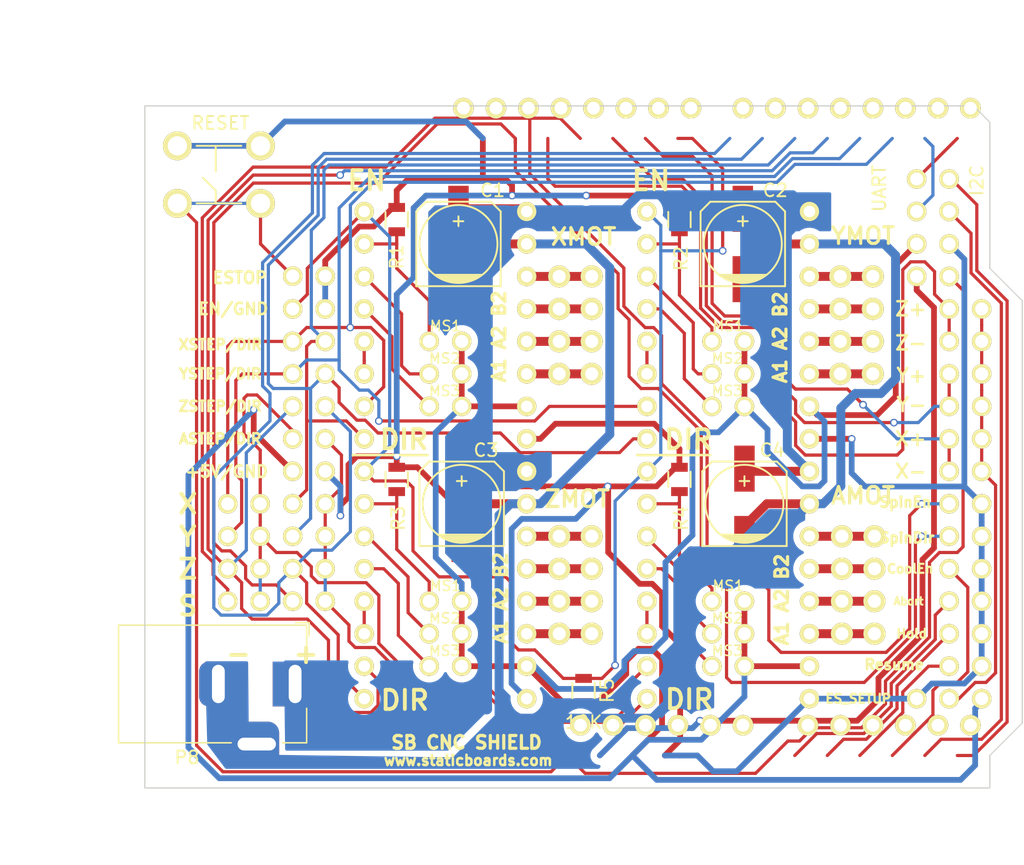
<source format=kicad_pcb>
(kicad_pcb (version 20171130) (host pcbnew 5.1.6-c6e7f7d~87~ubuntu20.04.1)
  (layers (0 F.Cu signal) (31 B.Cu signal) (34 B.Paste user) (35 F.Paste user) (36 B.SilkS user) (37 F.SilkS user) (38 B.Mask user) (39 F.Mask user) (44 Edge.Cuts user))
  (net 0 "")
  (net 1 RESET)
  (net 2 "Net-(U2-Pad5)")
  (net 3 "Net-(U3-Pad5)")
  (net 4 "Net-(U4-Pad5)")
  (net 5 "Net-(U5-Pad5)")
  (net 6 "Net-(P1-Pad1)")
  (net 7 "Net-(P1-Pad2)")
  (net 8 "Net-(P1-Pad3)")
  (net 9 "Net-(P1-Pad4)")
  (net 10 "Net-(P2-Pad1)")
  (net 11 "Net-(P2-Pad2)")
  (net 12 "Net-(P2-Pad3)")
  (net 13 "Net-(P2-Pad4)")
  (net 14 "Net-(P3-Pad1)")
  (net 15 "Net-(P3-Pad2)")
  (net 16 "Net-(P3-Pad3)")
  (net 17 "Net-(P3-Pad4)")
  (net 18 "Net-(P4-Pad1)")
  (net 19 "Net-(P4-Pad2)")
  (net 20 "Net-(P4-Pad3)")
  (net 21 "Net-(P4-Pad4)")
  (net 22 +5V)
  (net 23 "Net-(JP1-Pad2)")
  (net 24 "Net-(JP2-Pad2)")
  (net 25 "Net-(JP3-Pad2)")
  (net 26 "Net-(JP4-Pad2)")
  (net 27 "Net-(JP5-Pad2)")
  (net 28 "Net-(JP6-Pad2)")
  (net 29 "Net-(JP7-Pad2)")
  (net 30 "Net-(JP8-Pad2)")
  (net 31 "Net-(JP9-Pad2)")
  (net 32 "Net-(JP10-Pad2)")
  (net 33 "Net-(JP11-Pad2)")
  (net 34 "Net-(JP12-Pad2)")
  (net 35 GND)
  (net 36 EN)
  (net 37 XSTEP)
  (net 38 XDIR)
  (net 39 VIN)
  (net 40 YSTEP)
  (net 41 YDIR)
  (net 42 ZSTEP)
  (net 43 ZDIR)
  (net 44 ZLIMIT)
  (net 45 YLIMIT)
  (net 46 XLIMIT)
  (net 47 COOLANT)
  (net 48 SPIN_DIR)
  (net 49 SPIN_EN)
  (net 50 ABORT)
  (net 51 HOLD)
  (net 52 RESUME)
  (net 53 +3V3)
  (net 54 TX)
  (net 55 RX)
  (net 56 SDA)
  (net 57 SCL)
  (net 58 ASTEP)
  (net 59 ADIR)
  (net 60 EN_SETUP)
  (net 61 GNDA)
  (net 62 "Net-(U1-Pad23)")
  (net 63 "Net-(U1-Pad16)")
  (module Pin_Headers:Pin_Header_Straight_2x04 (layer F.Cu) (at 168.656 79.375)
    (fp_text reference P2 hide)
    (fp_text value YMOT (at 1.778 -3.175) (layer F.SilkS) (effects (font (size 1.3 1.3) (thickness 0.25))))
    (pad 1 thru_hole circle (at 0 0) (size 1.7272 1.7272) (drill 1.016) (layers *.Cu *.Mask F.SilkS) (net 10 "Net-(P2-Pad1)"))
    (pad 1 thru_hole oval (at 2.54 0) (size 1.7272 1.7272) (drill 1.016) (layers *.Cu *.Mask F.SilkS) (net 10 "Net-(P2-Pad1)"))
    (pad 2 thru_hole oval (at 0 2.54) (size 1.7272 1.7272) (drill 1.016) (layers *.Cu *.Mask F.SilkS) (net 11 "Net-(P2-Pad2)"))
    (pad 2 thru_hole oval (at 2.54 2.54) (size 1.7272 1.7272) (drill 1.016) (layers *.Cu *.Mask F.SilkS) (net 11 "Net-(P2-Pad2)"))
    (pad 3 thru_hole oval (at 0 5.08) (size 1.7272 1.7272) (drill 1.016) (layers *.Cu *.Mask F.SilkS) (net 12 "Net-(P2-Pad3)"))
    (pad 3 thru_hole oval (at 2.54 5.08) (size 1.7272 1.7272) (drill 1.016) (layers *.Cu *.Mask F.SilkS) (net 12 "Net-(P2-Pad3)"))
    (pad 4 thru_hole oval (at 0 7.62) (size 1.7272 1.7272) (drill 1.016) (layers *.Cu *.Mask F.SilkS) (net 13 "Net-(P2-Pad4)"))
    (pad 4 thru_hole oval (at 2.54 7.62) (size 1.7272 1.7272) (drill 1.016) (layers *.Cu *.Mask F.SilkS) (net 13 "Net-(P2-Pad4)"))
  )
  (module Pin_Headers:Pin_Header_Straight_2x04 (layer F.Cu) (at 168.783 99.695)
    (fp_text reference P4 hide)
    (fp_text value AMOT (at 1.651 -3.175) (layer F.SilkS) (effects (font (size 1.3 1.3) (thickness 0.25))))
    (pad 1 thru_hole circle (at 0 0) (size 1.7272 1.7272) (drill 1.016) (layers *.Cu *.Mask F.SilkS) (net 18 "Net-(P4-Pad1)"))
    (pad 1 thru_hole oval (at 2.54 0) (size 1.7272 1.7272) (drill 1.016) (layers *.Cu *.Mask F.SilkS) (net 18 "Net-(P4-Pad1)"))
    (pad 2 thru_hole oval (at 0 2.54) (size 1.7272 1.7272) (drill 1.016) (layers *.Cu *.Mask F.SilkS) (net 19 "Net-(P4-Pad2)"))
    (pad 2 thru_hole oval (at 2.54 2.54) (size 1.7272 1.7272) (drill 1.016) (layers *.Cu *.Mask F.SilkS) (net 19 "Net-(P4-Pad2)"))
    (pad 3 thru_hole oval (at 0 5.08) (size 1.7272 1.7272) (drill 1.016) (layers *.Cu *.Mask F.SilkS) (net 20 "Net-(P4-Pad3)"))
    (pad 3 thru_hole oval (at 2.54 5.08) (size 1.7272 1.7272) (drill 1.016) (layers *.Cu *.Mask F.SilkS) (net 20 "Net-(P4-Pad3)"))
    (pad 4 thru_hole oval (at 0 7.62) (size 1.7272 1.7272) (drill 1.016) (layers *.Cu *.Mask F.SilkS) (net 21 "Net-(P4-Pad4)"))
    (pad 4 thru_hole oval (at 2.54 7.62) (size 1.7272 1.7272) (drill 1.016) (layers *.Cu *.Mask F.SilkS) (net 21 "Net-(P4-Pad4)"))
  )
  (module Pin_Headers:Pin_Header_Straight_2x04 (layer F.Cu) (at 146.685 99.695)
    (fp_text reference P3 hide)
    (fp_text value ZMOT (at 1.397 -2.921) (layer F.SilkS) (effects (font (size 1.3 1.3) (thickness 0.25))))
    (pad 1 thru_hole circle (at 0 0) (size 1.7272 1.7272) (drill 1.016) (layers *.Cu *.Mask F.SilkS) (net 14 "Net-(P3-Pad1)"))
    (pad 1 thru_hole oval (at 2.54 0) (size 1.7272 1.7272) (drill 1.016) (layers *.Cu *.Mask F.SilkS) (net 14 "Net-(P3-Pad1)"))
    (pad 2 thru_hole oval (at 0 2.54) (size 1.7272 1.7272) (drill 1.016) (layers *.Cu *.Mask F.SilkS) (net 15 "Net-(P3-Pad2)"))
    (pad 2 thru_hole oval (at 2.54 2.54) (size 1.7272 1.7272) (drill 1.016) (layers *.Cu *.Mask F.SilkS) (net 15 "Net-(P3-Pad2)"))
    (pad 3 thru_hole oval (at 0 5.08) (size 1.7272 1.7272) (drill 1.016) (layers *.Cu *.Mask F.SilkS) (net 16 "Net-(P3-Pad3)"))
    (pad 3 thru_hole oval (at 2.54 5.08) (size 1.7272 1.7272) (drill 1.016) (layers *.Cu *.Mask F.SilkS) (net 16 "Net-(P3-Pad3)"))
    (pad 4 thru_hole oval (at 0 7.62) (size 1.7272 1.7272) (drill 1.016) (layers *.Cu *.Mask F.SilkS) (net 17 "Net-(P3-Pad4)"))
    (pad 4 thru_hole oval (at 2.54 7.62) (size 1.7272 1.7272) (drill 1.016) (layers *.Cu *.Mask F.SilkS) (net 17 "Net-(P3-Pad4)"))
  )
  (module Pin_Headers:Pin_Header_Straight_2x04 (layer F.Cu) (at 146.685 79.375)
    (fp_text reference P1 hide)
    (fp_text value XMOT (at 1.905 -3.1) (layer F.SilkS) (effects (font (size 1.3 1.3) (thickness 0.25))))
    (pad 1 thru_hole circle (at 0 0) (size 1.7272 1.7272) (drill 1.016) (layers *.Cu *.Mask F.SilkS) (net 6 "Net-(P1-Pad1)"))
    (pad 1 thru_hole oval (at 2.54 0) (size 1.7272 1.7272) (drill 1.016) (layers *.Cu *.Mask F.SilkS) (net 6 "Net-(P1-Pad1)"))
    (pad 2 thru_hole oval (at 0 2.54) (size 1.7272 1.7272) (drill 1.016) (layers *.Cu *.Mask F.SilkS) (net 7 "Net-(P1-Pad2)"))
    (pad 2 thru_hole oval (at 2.54 2.54) (size 1.7272 1.7272) (drill 1.016) (layers *.Cu *.Mask F.SilkS) (net 7 "Net-(P1-Pad2)"))
    (pad 3 thru_hole oval (at 0 5.08) (size 1.7272 1.7272) (drill 1.016) (layers *.Cu *.Mask F.SilkS) (net 8 "Net-(P1-Pad3)"))
    (pad 3 thru_hole oval (at 2.54 5.08) (size 1.7272 1.7272) (drill 1.016) (layers *.Cu *.Mask F.SilkS) (net 8 "Net-(P1-Pad3)"))
    (pad 4 thru_hole oval (at 0 7.62) (size 1.7272 1.7272) (drill 1.016) (layers *.Cu *.Mask F.SilkS) (net 9 "Net-(P1-Pad4)"))
    (pad 4 thru_hole oval (at 2.54 7.62) (size 1.7272 1.7272) (drill 1.016) (layers *.Cu *.Mask F.SilkS) (net 9 "Net-(P1-Pad4)"))
  )
  (module Pin_Headers:Pin_Header_Straight_1x04 (layer F.Cu) (at 177.165 79.375 180)
    (fp_text reference P6 hide)
    (fp_text value I2C (at -2.159 7.493 270) (layer F.SilkS))
    (pad 1 thru_hole circle (at 0 0 180) (size 1.524 1.524) (drill 1.016) (layers *.Cu *.Mask F.SilkS) (net 1 RESET))
    (pad 2 thru_hole circle (at 0 2.54 180) (size 1.524 1.524) (drill 1.016) (layers *.Cu *.Mask F.SilkS) (net 35 GND))
    (pad 3 thru_hole circle (at 0 5.08 180) (size 1.524 1.524) (drill 1.016) (layers *.Cu *.Mask F.SilkS) (net 56 SDA))
    (pad 4 thru_hole circle (at 0 7.62 180) (size 1.524 1.524) (drill 1.016) (layers *.Cu *.Mask F.SilkS) (net 57 SCL))
  )
  (module Pin_Headers:Pin_Header_Straight_1x04 (layer F.Cu) (at 174.625 79.375 180)
    (fp_text reference P5 hide)
    (fp_text value UART (at 2.921 6.873952 270) (layer F.SilkS))
    (pad 1 thru_hole circle (at 0 0 180) (size 1.524 1.524) (drill 1.016) (layers *.Cu *.Mask F.SilkS) (net 53 +3V3))
    (pad 2 thru_hole circle (at 0 2.54 180) (size 1.524 1.524) (drill 1.016) (layers *.Cu *.Mask F.SilkS) (net 22 +5V))
    (pad 3 thru_hole circle (at 0 5.08 180) (size 1.524 1.524) (drill 1.016) (layers *.Cu *.Mask F.SilkS) (net 54 TX))
    (pad 4 thru_hole circle (at 0 7.62 180) (size 1.524 1.524) (drill 1.016) (layers *.Cu *.Mask F.SilkS) (net 55 RX))
  )
  (module Pin_Headers:Pin_Header_Straight_1x03 (layer F.Cu) (at 179.705 112.395 270)
    (fp_text reference P7 hide)
    (fp_text value ES_SETUP (at 0 9.652) (layer F.SilkS) (effects (font (size 0.7 0.7) (thickness 0.175))))
    (pad 1 thru_hole circle (at 0 0 270) (size 1.524 1.524) (drill 1.016) (layers *.Cu *.Mask F.SilkS) (net 22 +5V))
    (pad 2 thru_hole circle (at 0 2.54 270) (size 1.524 1.524) (drill 1.016) (layers *.Cu *.Mask F.SilkS) (net 60 EN_SETUP))
    (pad 3 thru_hole circle (at 0 5.08 270) (size 1.524 1.524) (drill 1.016) (layers *.Cu *.Mask F.SilkS) (net 35 GND))
  )
  (module footprints:ARDUINO_SHIELD (layer F.Cu) (at 115.32616 117.01272)
    (fp_text reference U1 hide)
    (fp_text value ARDUINO_UNO_SHIELD hide)
    (pad 17 thru_hole circle (at 63.5 -2.54 90) (size 1.61 1.61) (drill 1) (layers *.Cu *.Mask F.SilkS) (net 57 SCL))
    (pad 18 thru_hole circle (at 60.96 -2.54 90) (size 1.61 1.61) (drill 1) (layers *.Cu *.Mask F.SilkS) (net 56 SDA))
    (pad 19 thru_hole circle (at 58.42 -2.54 90) (size 1.61 1.61) (drill 1) (layers *.Cu *.Mask F.SilkS) (net 47 COOLANT))
    (pad 22 thru_hole circle (at 50.8 -2.54 90) (size 1.61 1.61) (drill 1) (layers *.Cu *.Mask F.SilkS) (net 50 ABORT))
    (pad 21 thru_hole circle (at 53.34 -2.54 90) (size 1.61 1.61) (drill 1) (layers *.Cu *.Mask F.SilkS) (net 51 HOLD))
    (pad 20 thru_hole circle (at 55.88 -2.54 90) (size 1.61 1.61) (drill 1) (layers *.Cu *.Mask F.SilkS) (net 52 RESUME))
    (pad 23 thru_hole circle (at 45.72 -2.54 90) (size 1.61 1.61) (drill 1) (layers *.Cu *.Mask F.SilkS) (net 62 "Net-(U1-Pad23)"))
    (pad 24 thru_hole circle (at 43.18 -2.54 90) (size 1.61 1.61) (drill 1) (layers *.Cu *.Mask F.SilkS) (net 35 GND))
    (pad 25 thru_hole circle (at 40.64 -2.54 90) (size 1.61 1.61) (drill 1) (layers *.Cu *.Mask F.SilkS) (net 35 GND))
    (pad 27 thru_hole circle (at 35.56 -2.54 90) (size 1.61 1.61) (drill 1) (layers *.Cu *.Mask F.SilkS) (net 53 +3V3))
    (pad 28 thru_hole circle (at 33.02 -2.54 90) (size 1.61 1.61) (drill 1) (layers *.Cu *.Mask F.SilkS) (net 1 RESET))
    (pad 1 thru_hole circle (at 63.5 -50.8 90) (size 1.61 1.61) (drill 1) (layers *.Cu *.Mask F.SilkS) (net 55 RX))
    (pad 2 thru_hole circle (at 60.96 -50.8 90) (size 1.61 1.61) (drill 1) (layers *.Cu *.Mask F.SilkS) (net 54 TX))
    (pad 3 thru_hole circle (at 58.42 -50.8 90) (size 1.61 1.61) (drill 1) (layers *.Cu *.Mask F.SilkS) (net 37 XSTEP))
    (pad 4 thru_hole circle (at 55.88 -50.8 90) (size 1.61 1.61) (drill 1) (layers *.Cu *.Mask F.SilkS) (net 40 YSTEP))
    (pad 5 thru_hole circle (at 53.34 -50.8 90) (size 1.61 1.61) (drill 1) (layers *.Cu *.Mask F.SilkS) (net 42 ZSTEP))
    (pad 6 thru_hole circle (at 50.8 -50.8 90) (size 1.61 1.61) (drill 1) (layers *.Cu *.Mask F.SilkS) (net 38 XDIR))
    (pad 7 thru_hole circle (at 48.26 -50.8 90) (size 1.61 1.61) (drill 1) (layers *.Cu *.Mask F.SilkS) (net 41 YDIR))
    (pad 8 thru_hole circle (at 45.72 -50.8 90) (size 1.61 1.61) (drill 1) (layers *.Cu *.Mask F.SilkS) (net 43 ZDIR))
    (pad 9 thru_hole circle (at 41.656 -50.8 90) (size 1.61 1.61) (drill 1) (layers *.Cu *.Mask F.SilkS) (net 36 EN))
    (pad 10 thru_hole circle (at 39.116 -50.8 90) (size 1.61 1.61) (drill 1) (layers *.Cu *.Mask F.SilkS) (net 46 XLIMIT))
    (pad 11 thru_hole circle (at 36.576 -50.8 90) (size 1.61 1.61) (drill 1) (layers *.Cu *.Mask F.SilkS) (net 45 YLIMIT))
    (pad 12 thru_hole circle (at 34.036 -50.8 90) (size 1.61 1.61) (drill 1) (layers *.Cu *.Mask F.SilkS) (net 49 SPIN_EN))
    (pad 13 thru_hole circle (at 31.496 -50.8 90) (size 1.61 1.61) (drill 1) (layers *.Cu *.Mask F.SilkS) (net 44 ZLIMIT))
    (pad 14 thru_hole circle (at 28.956 -50.8 90) (size 1.61 1.61) (drill 1) (layers *.Cu *.Mask F.SilkS) (net 48 SPIN_DIR))
    (pad 15 thru_hole circle (at 26.416 -50.8 90) (size 1.61 1.61) (drill 1) (layers *.Cu *.Mask F.SilkS) (net 35 GND))
    (pad 16 thru_hole circle (at 23.876 -50.8 90) (size 1.61 1.61) (drill 1) (layers *.Cu *.Mask F.SilkS) (net 63 "Net-(U1-Pad16)"))
    (pad 26 thru_hole circle (at 38.1 -2.54 90) (size 1.61 1.61) (drill 1) (layers *.Cu *.Mask F.SilkS) (net 22 +5V))
  )
  (module footprints:SWITCH_TACTILE_6.5_PTH (layer F.Cu) (at 116.84 73.66)
    (fp_text reference SW1 hide)
    (fp_text value RESET (at 3.3655 -6.2865 180) (layer F.SilkS))
    (pad 3 thru_hole circle (at 0 0) (size 2.25 2.25) (drill 1.5) (layers *.Cu *.Mask F.SilkS) (net 1 RESET))
    (pad 4 thru_hole circle (at 6.5 0) (size 2.25 2.25) (drill 1.5) (layers *.Cu *.Mask F.SilkS) (net 1 RESET))
    (pad 1 thru_hole circle (at 0 -4.5) (size 2.25 2.25) (drill 1.5) (layers *.Cu *.Mask F.SilkS) (net 35 GND))
    (pad 2 thru_hole circle (at 6.5 -4.5) (size 2.25 2.25) (drill 1.5) (layers *.Cu *.Mask F.SilkS) (net 35 GND))
  )
  (module footprints:POLOLU_STEPPER_DRIVER (layer F.Cu) (at 131.445 74.295 270)
    (fp_text reference U2 hide)
    (fp_text value X hide)
    (pad 1 thru_hole circle (at 0 0 270) (size 1.51 1.51) (drill 0.9) (layers *.Cu *.Mask F.SilkS) (net 36 EN))
    (pad 2 thru_hole circle (at 2.54 0 270) (size 1.51 1.51) (drill 0.9) (layers *.Cu *.Mask F.SilkS) (net 23 "Net-(JP1-Pad2)"))
    (pad 3 thru_hole circle (at 5.08 0 270) (size 1.51 1.51) (drill 0.9) (layers *.Cu *.Mask F.SilkS) (net 24 "Net-(JP2-Pad2)"))
    (pad 4 thru_hole circle (at 7.62 0 270) (size 1.51 1.51) (drill 0.9) (layers *.Cu *.Mask F.SilkS) (net 25 "Net-(JP3-Pad2)"))
    (pad 5 thru_hole circle (at 10.16 0 270) (size 1.51 1.51) (drill 0.9) (layers *.Cu *.Mask F.SilkS) (net 2 "Net-(U2-Pad5)"))
    (pad 6 thru_hole circle (at 12.7 0 270) (size 1.51 1.51) (drill 0.9) (layers *.Cu *.Mask F.SilkS) (net 2 "Net-(U2-Pad5)"))
    (pad 7 thru_hole circle (at 15.24 0 270) (size 1.51 1.51) (drill 0.9) (layers *.Cu *.Mask F.SilkS) (net 37 XSTEP))
    (pad 8 thru_hole circle (at 17.78 0 270) (size 1.51 1.51) (drill 0.9) (layers *.Cu *.Mask F.SilkS) (net 38 XDIR))
    (pad 9 thru_hole circle (at 17.78 -12.7 270) (size 1.51 1.51) (drill 0.9) (layers *.Cu *.Mask F.SilkS) (net 35 GND))
    (pad 10 thru_hole circle (at 15.24 -12.7 270) (size 1.51 1.51) (drill 0.9) (layers *.Cu *.Mask F.SilkS) (net 22 +5V))
    (pad 11 thru_hole circle (at 12.7 -12.7 270) (size 1.51 1.51) (drill 0.9) (layers *.Cu *.Mask F.SilkS) (net 9 "Net-(P1-Pad4)"))
    (pad 12 thru_hole circle (at 10.16 -12.7 270) (size 1.51 1.51) (drill 0.9) (layers *.Cu *.Mask F.SilkS) (net 8 "Net-(P1-Pad3)"))
    (pad 13 thru_hole circle (at 7.62 -12.7 270) (size 1.51 1.51) (drill 0.9) (layers *.Cu *.Mask F.SilkS) (net 7 "Net-(P1-Pad2)"))
    (pad 14 thru_hole circle (at 5.08 -12.7 270) (size 1.51 1.51) (drill 0.9) (layers *.Cu *.Mask F.SilkS) (net 6 "Net-(P1-Pad1)"))
    (pad 15 thru_hole circle (at 2.54 -12.7 270) (size 1.51 1.51) (drill 0.9) (layers *.Cu *.Mask F.SilkS) (net 61 GNDA))
    (pad 16 thru_hole circle (at 0 -12.7 270) (size 1.51 1.51) (drill 0.9) (layers *.Cu *.Mask F.SilkS) (net 39 VIN))
  )
  (module footprints:POLOLU_STEPPER_DRIVER (layer F.Cu) (at 131.445 94.615 270)
    (fp_text reference U4 hide)
    (fp_text value Z hide)
    (pad 1 thru_hole circle (at 0 0 270) (size 1.51 1.51) (drill 0.9) (layers *.Cu *.Mask F.SilkS) (net 36 EN))
    (pad 2 thru_hole circle (at 2.54 0 270) (size 1.51 1.51) (drill 0.9) (layers *.Cu *.Mask F.SilkS) (net 29 "Net-(JP7-Pad2)"))
    (pad 3 thru_hole circle (at 5.08 0 270) (size 1.51 1.51) (drill 0.9) (layers *.Cu *.Mask F.SilkS) (net 30 "Net-(JP8-Pad2)"))
    (pad 4 thru_hole circle (at 7.62 0 270) (size 1.51 1.51) (drill 0.9) (layers *.Cu *.Mask F.SilkS) (net 31 "Net-(JP9-Pad2)"))
    (pad 5 thru_hole circle (at 10.16 0 270) (size 1.51 1.51) (drill 0.9) (layers *.Cu *.Mask F.SilkS) (net 4 "Net-(U4-Pad5)"))
    (pad 6 thru_hole circle (at 12.7 0 270) (size 1.51 1.51) (drill 0.9) (layers *.Cu *.Mask F.SilkS) (net 4 "Net-(U4-Pad5)"))
    (pad 7 thru_hole circle (at 15.24 0 270) (size 1.51 1.51) (drill 0.9) (layers *.Cu *.Mask F.SilkS) (net 42 ZSTEP))
    (pad 8 thru_hole circle (at 17.78 0 270) (size 1.51 1.51) (drill 0.9) (layers *.Cu *.Mask F.SilkS) (net 43 ZDIR))
    (pad 9 thru_hole circle (at 17.78 -12.7 270) (size 1.51 1.51) (drill 0.9) (layers *.Cu *.Mask F.SilkS) (net 35 GND))
    (pad 10 thru_hole circle (at 15.24 -12.7 270) (size 1.51 1.51) (drill 0.9) (layers *.Cu *.Mask F.SilkS) (net 22 +5V))
    (pad 11 thru_hole circle (at 12.7 -12.7 270) (size 1.51 1.51) (drill 0.9) (layers *.Cu *.Mask F.SilkS) (net 17 "Net-(P3-Pad4)"))
    (pad 12 thru_hole circle (at 10.16 -12.7 270) (size 1.51 1.51) (drill 0.9) (layers *.Cu *.Mask F.SilkS) (net 16 "Net-(P3-Pad3)"))
    (pad 13 thru_hole circle (at 7.62 -12.7 270) (size 1.51 1.51) (drill 0.9) (layers *.Cu *.Mask F.SilkS) (net 15 "Net-(P3-Pad2)"))
    (pad 14 thru_hole circle (at 5.08 -12.7 270) (size 1.51 1.51) (drill 0.9) (layers *.Cu *.Mask F.SilkS) (net 14 "Net-(P3-Pad1)"))
    (pad 15 thru_hole circle (at 2.54 -12.7 270) (size 1.51 1.51) (drill 0.9) (layers *.Cu *.Mask F.SilkS) (net 61 GNDA))
    (pad 16 thru_hole circle (at 0 -12.7 270) (size 1.51 1.51) (drill 0.9) (layers *.Cu *.Mask F.SilkS) (net 39 VIN))
  )
  (module footprints:POLOLU_STEPPER_DRIVER (layer F.Cu) (at 153.543 94.615 270)
    (fp_text reference U5 hide)
    (fp_text value A hide)
    (pad 1 thru_hole circle (at 0 0 270) (size 1.51 1.51) (drill 0.9) (layers *.Cu *.Mask F.SilkS) (net 36 EN))
    (pad 2 thru_hole circle (at 2.54 0 270) (size 1.51 1.51) (drill 0.9) (layers *.Cu *.Mask F.SilkS) (net 32 "Net-(JP10-Pad2)"))
    (pad 3 thru_hole circle (at 5.08 0 270) (size 1.51 1.51) (drill 0.9) (layers *.Cu *.Mask F.SilkS) (net 33 "Net-(JP11-Pad2)"))
    (pad 4 thru_hole circle (at 7.62 0 270) (size 1.51 1.51) (drill 0.9) (layers *.Cu *.Mask F.SilkS) (net 34 "Net-(JP12-Pad2)"))
    (pad 5 thru_hole circle (at 10.16 0 270) (size 1.51 1.51) (drill 0.9) (layers *.Cu *.Mask F.SilkS) (net 5 "Net-(U5-Pad5)"))
    (pad 6 thru_hole circle (at 12.7 0 270) (size 1.51 1.51) (drill 0.9) (layers *.Cu *.Mask F.SilkS) (net 5 "Net-(U5-Pad5)"))
    (pad 7 thru_hole circle (at 15.24 0 270) (size 1.51 1.51) (drill 0.9) (layers *.Cu *.Mask F.SilkS) (net 58 ASTEP))
    (pad 8 thru_hole circle (at 17.78 0 270) (size 1.51 1.51) (drill 0.9) (layers *.Cu *.Mask F.SilkS) (net 59 ADIR))
    (pad 9 thru_hole circle (at 17.78 -12.7 270) (size 1.51 1.51) (drill 0.9) (layers *.Cu *.Mask F.SilkS) (net 35 GND))
    (pad 10 thru_hole circle (at 15.24 -12.7 270) (size 1.51 1.51) (drill 0.9) (layers *.Cu *.Mask F.SilkS) (net 22 +5V))
    (pad 11 thru_hole circle (at 12.7 -12.7 270) (size 1.51 1.51) (drill 0.9) (layers *.Cu *.Mask F.SilkS) (net 21 "Net-(P4-Pad4)"))
    (pad 12 thru_hole circle (at 10.16 -12.7 270) (size 1.51 1.51) (drill 0.9) (layers *.Cu *.Mask F.SilkS) (net 20 "Net-(P4-Pad3)"))
    (pad 13 thru_hole circle (at 7.62 -12.7 270) (size 1.51 1.51) (drill 0.9) (layers *.Cu *.Mask F.SilkS) (net 19 "Net-(P4-Pad2)"))
    (pad 14 thru_hole circle (at 5.08 -12.7 270) (size 1.51 1.51) (drill 0.9) (layers *.Cu *.Mask F.SilkS) (net 18 "Net-(P4-Pad1)"))
    (pad 15 thru_hole circle (at 2.54 -12.7 270) (size 1.51 1.51) (drill 0.9) (layers *.Cu *.Mask F.SilkS) (net 61 GNDA))
    (pad 16 thru_hole circle (at 0 -12.7 270) (size 1.51 1.51) (drill 0.9) (layers *.Cu *.Mask F.SilkS) (net 39 VIN))
  )
  (module footprints:POLOLU_STEPPER_DRIVER (layer F.Cu) (at 153.543 74.295 270)
    (fp_text reference U3 hide)
    (fp_text value Y hide)
    (pad 1 thru_hole circle (at 0 0 270) (size 1.51 1.51) (drill 0.9) (layers *.Cu *.Mask F.SilkS) (net 36 EN))
    (pad 2 thru_hole circle (at 2.54 0 270) (size 1.51 1.51) (drill 0.9) (layers *.Cu *.Mask F.SilkS) (net 26 "Net-(JP4-Pad2)"))
    (pad 3 thru_hole circle (at 5.08 0 270) (size 1.51 1.51) (drill 0.9) (layers *.Cu *.Mask F.SilkS) (net 27 "Net-(JP5-Pad2)"))
    (pad 4 thru_hole circle (at 7.62 0 270) (size 1.51 1.51) (drill 0.9) (layers *.Cu *.Mask F.SilkS) (net 28 "Net-(JP6-Pad2)"))
    (pad 5 thru_hole circle (at 10.16 0 270) (size 1.51 1.51) (drill 0.9) (layers *.Cu *.Mask F.SilkS) (net 3 "Net-(U3-Pad5)"))
    (pad 6 thru_hole circle (at 12.7 0 270) (size 1.51 1.51) (drill 0.9) (layers *.Cu *.Mask F.SilkS) (net 3 "Net-(U3-Pad5)"))
    (pad 7 thru_hole circle (at 15.24 0 270) (size 1.51 1.51) (drill 0.9) (layers *.Cu *.Mask F.SilkS) (net 40 YSTEP))
    (pad 8 thru_hole circle (at 17.78 0 270) (size 1.51 1.51) (drill 0.9) (layers *.Cu *.Mask F.SilkS) (net 41 YDIR))
    (pad 9 thru_hole circle (at 17.78 -12.7 270) (size 1.51 1.51) (drill 0.9) (layers *.Cu *.Mask F.SilkS) (net 35 GND))
    (pad 10 thru_hole circle (at 15.24 -12.7 270) (size 1.51 1.51) (drill 0.9) (layers *.Cu *.Mask F.SilkS) (net 22 +5V))
    (pad 11 thru_hole circle (at 12.7 -12.7 270) (size 1.51 1.51) (drill 0.9) (layers *.Cu *.Mask F.SilkS) (net 13 "Net-(P2-Pad4)"))
    (pad 12 thru_hole circle (at 10.16 -12.7 270) (size 1.51 1.51) (drill 0.9) (layers *.Cu *.Mask F.SilkS) (net 12 "Net-(P2-Pad3)"))
    (pad 13 thru_hole circle (at 7.62 -12.7 270) (size 1.51 1.51) (drill 0.9) (layers *.Cu *.Mask F.SilkS) (net 11 "Net-(P2-Pad2)"))
    (pad 14 thru_hole circle (at 5.08 -12.7 270) (size 1.51 1.51) (drill 0.9) (layers *.Cu *.Mask F.SilkS) (net 10 "Net-(P2-Pad1)"))
    (pad 15 thru_hole circle (at 2.54 -12.7 270) (size 1.51 1.51) (drill 0.9) (layers *.Cu *.Mask F.SilkS) (net 61 GNDA))
    (pad 16 thru_hole circle (at 0 -12.7 270) (size 1.51 1.51) (drill 0.9) (layers *.Cu *.Mask F.SilkS) (net 39 VIN))
  )
  (module Resistors_SMD:R_0805 (layer F.Cu) (at 133.985 74.93 90)
    (fp_text reference R1 (at -2.921 0 90) (layer F.SilkS))
    (fp_text value 100K hide)
    (pad 1 smd rect (at -0.95 0 90) (size 0.7 1.3) (layers F.Cu F.Paste F.Mask) (net 23 "Net-(JP1-Pad2)"))
    (pad 2 smd rect (at 0.95 0 90) (size 0.7 1.3) (layers F.Cu F.Paste F.Mask) (net 35 GND))
  )
  (module Resistors_SMD:R_0805 (layer F.Cu) (at 156.083 74.93 90)
    (fp_text reference R2 (at -3.048 0.127 90) (layer F.SilkS))
    (fp_text value 100K hide)
    (pad 1 smd rect (at -0.95 0 90) (size 0.7 1.3) (layers F.Cu F.Paste F.Mask) (net 26 "Net-(JP4-Pad2)"))
    (pad 2 smd rect (at 0.95 0 90) (size 0.7 1.3) (layers F.Cu F.Paste F.Mask) (net 35 GND))
  )
  (module Resistors_SMD:R_0805 (layer F.Cu) (at 133.985 95.25 90)
    (fp_text reference R3 (at -3.048 0.127 90) (layer F.SilkS))
    (fp_text value 100K hide)
    (pad 1 smd rect (at -0.95 0 90) (size 0.7 1.3) (layers F.Cu F.Paste F.Mask) (net 29 "Net-(JP7-Pad2)"))
    (pad 2 smd rect (at 0.95 0 90) (size 0.7 1.3) (layers F.Cu F.Paste F.Mask) (net 35 GND))
  )
  (module Resistors_SMD:R_0805 (layer F.Cu) (at 156.083 95.25 90)
    (fp_text reference R4 (at -3.048 0.127 90) (layer F.SilkS))
    (fp_text value 100K hide)
    (pad 1 smd rect (at -0.95 0 90) (size 0.7 1.3) (layers F.Cu F.Paste F.Mask) (net 32 "Net-(JP10-Pad2)"))
    (pad 2 smd rect (at 0.95 0 90) (size 0.7 1.3) (layers F.Cu F.Paste F.Mask) (net 35 GND))
  )
  (module Capacitors_SMD:c_elec_6.3x7.7 (layer F.Cu) (at 138.811 76.835 90)
    (fp_text reference C1 (at 4.191 2.667 180) (layer F.SilkS))
    (fp_text value 100uF hide)
    (pad 1 smd rect (at 2.75082 0 90) (size 3.59918 1.6002) (layers F.Cu F.Paste F.Mask) (net 39 VIN))
    (pad 2 smd rect (at -2.75082 0 90) (size 3.59918 1.6002) (layers F.Cu F.Paste F.Mask) (net 61 GNDA))
  )
  (module Capacitors_SMD:c_elec_6.3x7.7 (layer F.Cu) (at 161.036 76.835 90)
    (fp_text reference C2 (at 4.191 2.54 180) (layer F.SilkS))
    (fp_text value 100uF hide)
    (pad 1 smd rect (at 2.75082 0 90) (size 3.59918 1.6002) (layers F.Cu F.Paste F.Mask) (net 39 VIN))
    (pad 2 smd rect (at -2.75082 0 90) (size 3.59918 1.6002) (layers F.Cu F.Paste F.Mask) (net 61 GNDA))
  )
  (module Capacitors_SMD:c_elec_6.3x7.7 (layer F.Cu) (at 139.065 97.155 90)
    (fp_text reference C3 (at 4.191 1.905 180) (layer F.SilkS))
    (fp_text value 100uF hide)
    (pad 1 smd rect (at 2.75082 0 90) (size 3.59918 1.6002) (layers F.Cu F.Paste F.Mask) (net 39 VIN))
    (pad 2 smd rect (at -2.75082 0 90) (size 3.59918 1.6002) (layers F.Cu F.Paste F.Mask) (net 61 GNDA))
  )
  (module Capacitors_SMD:c_elec_6.3x7.7 (layer F.Cu) (at 161.163 97.155 90)
    (fp_text reference C4 (at 4.191 2.159 180) (layer F.SilkS))
    (fp_text value 100uF hide)
    (pad 1 smd rect (at 2.75082 0 90) (size 3.59918 1.6002) (layers F.Cu F.Paste F.Mask) (net 39 VIN))
    (pad 2 smd rect (at -2.75082 0 90) (size 3.59918 1.6002) (layers F.Cu F.Paste F.Mask) (net 61 GNDA))
  )
  (module Resistors_SMD:R_0805 (layer F.Cu) (at 148.59 111.76 90)
    (fp_text reference R5 (at 0 1.8415 90) (layer F.SilkS))
    (fp_text value 10K (at -2.4765 0 180) (layer F.SilkS))
    (pad 1 smd rect (at -0.95 0 90) (size 0.7 1.3) (layers F.Cu F.Paste F.Mask) (net 22 +5V))
    (pad 2 smd rect (at 0.95 0 90) (size 0.7 1.3) (layers F.Cu F.Paste F.Mask) (net 36 EN))
  )
  (module footprints:Pin_100mil_Header_Straight_1x02 (layer F.Cu) (at 139.065 84.455 270)
    (fp_text reference JP1 hide)
    (fp_text value Jumper_NO_Small hide)
    (pad 1 thru_hole circle (at 0 0 270) (size 1.524 1.524) (drill 1.016) (layers *.Cu *.Mask F.SilkS) (net 22 +5V))
    (pad 2 thru_hole circle (at 0 2.54 270) (size 1.524 1.524) (drill 1.016) (layers *.Cu *.Mask F.SilkS) (net 23 "Net-(JP1-Pad2)"))
  )
  (module footprints:Pin_100mil_Header_Straight_1x02 (layer F.Cu) (at 139.065 86.995 270)
    (fp_text reference JP2 hide)
    (fp_text value Jumper_NO_Small hide)
    (pad 1 thru_hole circle (at 0 0 270) (size 1.524 1.524) (drill 1.016) (layers *.Cu *.Mask F.SilkS) (net 22 +5V))
    (pad 2 thru_hole circle (at 0 2.54 270) (size 1.524 1.524) (drill 1.016) (layers *.Cu *.Mask F.SilkS) (net 24 "Net-(JP2-Pad2)"))
  )
  (module footprints:Pin_100mil_Header_Straight_1x02 (layer F.Cu) (at 139.065 89.535 270)
    (fp_text reference JP3 hide)
    (fp_text value Jumper_NO_Small hide)
    (pad 1 thru_hole circle (at 0 0 270) (size 1.524 1.524) (drill 1.016) (layers *.Cu *.Mask F.SilkS) (net 22 +5V))
    (pad 2 thru_hole circle (at 0 2.54 270) (size 1.524 1.524) (drill 1.016) (layers *.Cu *.Mask F.SilkS) (net 25 "Net-(JP3-Pad2)"))
  )
  (module footprints:Pin_100mil_Header_Straight_1x02 (layer F.Cu) (at 139.065 104.775 270)
    (fp_text reference JP7 hide)
    (fp_text value Jumper_NO_Small hide)
    (pad 1 thru_hole circle (at 0 0 270) (size 1.524 1.524) (drill 1.016) (layers *.Cu *.Mask F.SilkS) (net 22 +5V))
    (pad 2 thru_hole circle (at 0 2.54 270) (size 1.524 1.524) (drill 1.016) (layers *.Cu *.Mask F.SilkS) (net 29 "Net-(JP7-Pad2)"))
  )
  (module footprints:Pin_100mil_Header_Straight_1x02 (layer F.Cu) (at 139.065 107.315 270)
    (fp_text reference JP8 hide)
    (fp_text value Jumper_NO_Small hide)
    (pad 1 thru_hole circle (at 0 0 270) (size 1.524 1.524) (drill 1.016) (layers *.Cu *.Mask F.SilkS) (net 22 +5V))
    (pad 2 thru_hole circle (at 0 2.54 270) (size 1.524 1.524) (drill 1.016) (layers *.Cu *.Mask F.SilkS) (net 30 "Net-(JP8-Pad2)"))
  )
  (module footprints:Pin_100mil_Header_Straight_1x02 (layer F.Cu) (at 139.065 109.855 270)
    (fp_text reference JP9 hide)
    (fp_text value Jumper_NO_Small hide)
    (pad 1 thru_hole circle (at 0 0 270) (size 1.524 1.524) (drill 1.016) (layers *.Cu *.Mask F.SilkS) (net 22 +5V))
    (pad 2 thru_hole circle (at 0 2.54 270) (size 1.524 1.524) (drill 1.016) (layers *.Cu *.Mask F.SilkS) (net 31 "Net-(JP9-Pad2)"))
  )
  (module footprints:Pin_100mil_Header_Straight_1x02 (layer F.Cu) (at 161.163 84.455 270)
    (fp_text reference JP4 hide)
    (fp_text value Jumper_NO_Small hide)
    (pad 1 thru_hole circle (at 0 0 270) (size 1.524 1.524) (drill 1.016) (layers *.Cu *.Mask F.SilkS) (net 22 +5V))
    (pad 2 thru_hole circle (at 0 2.54 270) (size 1.524 1.524) (drill 1.016) (layers *.Cu *.Mask F.SilkS) (net 26 "Net-(JP4-Pad2)"))
  )
  (module footprints:Pin_100mil_Header_Straight_1x02 (layer F.Cu) (at 161.163 86.995 270)
    (fp_text reference JP5 hide)
    (fp_text value Jumper_NO_Small hide)
    (pad 1 thru_hole circle (at 0 0 270) (size 1.524 1.524) (drill 1.016) (layers *.Cu *.Mask F.SilkS) (net 22 +5V))
    (pad 2 thru_hole circle (at 0 2.54 270) (size 1.524 1.524) (drill 1.016) (layers *.Cu *.Mask F.SilkS) (net 27 "Net-(JP5-Pad2)"))
  )
  (module footprints:Pin_100mil_Header_Straight_1x02 (layer F.Cu) (at 161.163 89.535 270)
    (fp_text reference JP6 hide)
    (fp_text value Jumper_NO_Small hide)
    (pad 1 thru_hole circle (at 0 0 270) (size 1.524 1.524) (drill 1.016) (layers *.Cu *.Mask F.SilkS) (net 22 +5V))
    (pad 2 thru_hole circle (at 0 2.54 270) (size 1.524 1.524) (drill 1.016) (layers *.Cu *.Mask F.SilkS) (net 28 "Net-(JP6-Pad2)"))
  )
  (module footprints:Pin_100mil_Header_Straight_1x02 (layer F.Cu) (at 161.163 104.775 270)
    (fp_text reference JP10 hide)
    (fp_text value Jumper_NO_Small hide)
    (pad 1 thru_hole circle (at 0 0 270) (size 1.524 1.524) (drill 1.016) (layers *.Cu *.Mask F.SilkS) (net 22 +5V))
    (pad 2 thru_hole circle (at 0 2.54 270) (size 1.524 1.524) (drill 1.016) (layers *.Cu *.Mask F.SilkS) (net 32 "Net-(JP10-Pad2)"))
  )
  (module footprints:Pin_100mil_Header_Straight_1x02 (layer F.Cu) (at 161.163 107.315 270)
    (fp_text reference JP11 hide)
    (fp_text value Jumper_NO_Small hide)
    (pad 1 thru_hole circle (at 0 0 270) (size 1.524 1.524) (drill 1.016) (layers *.Cu *.Mask F.SilkS) (net 22 +5V))
    (pad 2 thru_hole circle (at 0 2.54 270) (size 1.524 1.524) (drill 1.016) (layers *.Cu *.Mask F.SilkS) (net 33 "Net-(JP11-Pad2)"))
  )
  (module footprints:Pin_100mil_Header_Straight_1x02 (layer F.Cu) (at 161.163 109.855 270)
    (fp_text reference JP12 hide)
    (fp_text value Jumper_NO_Small hide)
    (pad 1 thru_hole circle (at 0 0 270) (size 1.524 1.524) (drill 1.016) (layers *.Cu *.Mask F.SilkS) (net 22 +5V))
    (pad 2 thru_hole circle (at 0 2.54 270) (size 1.524 1.524) (drill 1.016) (layers *.Cu *.Mask F.SilkS) (net 34 "Net-(JP12-Pad2)"))
  )
  (module footprints:Pin_100mil_Header_Straight_1x02 (layer F.Cu) (at 179.705 81.915 270)
    (fp_text reference JP13 hide)
    (fp_text value Z+ (at 0 5.540571) (layer F.SilkS) (effects (font (size 1.1 1.1) (thickness 0.2))))
    (pad 1 thru_hole circle (at 0 0 270) (size 1.524 1.524) (drill 1.016) (layers *.Cu *.Mask F.SilkS) (net 60 EN_SETUP))
    (pad 2 thru_hole circle (at 0 2.54 270) (size 1.524 1.524) (drill 1.016) (layers *.Cu *.Mask F.SilkS) (net 44 ZLIMIT))
  )
  (module footprints:Pin_100mil_Header_Straight_1x02 (layer F.Cu) (at 179.705 84.455 270)
    (fp_text reference JP14 hide)
    (fp_text value Z- (at 0.127 5.540571) (layer F.SilkS) (effects (font (size 1.1 1.1) (thickness 0.2))))
    (pad 1 thru_hole circle (at 0 0 270) (size 1.524 1.524) (drill 1.016) (layers *.Cu *.Mask F.SilkS) (net 60 EN_SETUP))
    (pad 2 thru_hole circle (at 0 2.54 270) (size 1.524 1.524) (drill 1.016) (layers *.Cu *.Mask F.SilkS) (net 44 ZLIMIT))
  )
  (module footprints:Pin_100mil_Header_Straight_1x02 (layer F.Cu) (at 179.705 86.995 270)
    (fp_text reference JP15 hide)
    (fp_text value Y+ (at 0.127 5.492952) (layer F.SilkS) (effects (font (size 1.1 1.1) (thickness 0.2))))
    (pad 1 thru_hole circle (at 0 0 270) (size 1.524 1.524) (drill 1.016) (layers *.Cu *.Mask F.SilkS) (net 60 EN_SETUP))
    (pad 2 thru_hole circle (at 0 2.54 270) (size 1.524 1.524) (drill 1.016) (layers *.Cu *.Mask F.SilkS) (net 45 YLIMIT))
  )
  (module footprints:Pin_100mil_Header_Straight_1x02 (layer F.Cu) (at 179.705 89.535 270)
    (fp_text reference JP16 hide)
    (fp_text value Y- (at -0.127 5.492952) (layer F.SilkS) (effects (font (size 1.1 1.1) (thickness 0.2))))
    (pad 1 thru_hole circle (at 0 0 270) (size 1.524 1.524) (drill 1.016) (layers *.Cu *.Mask F.SilkS) (net 60 EN_SETUP))
    (pad 2 thru_hole circle (at 0 2.54 270) (size 1.524 1.524) (drill 1.016) (layers *.Cu *.Mask F.SilkS) (net 45 YLIMIT))
  )
  (module footprints:Pin_100mil_Header_Straight_1x02 (layer F.Cu) (at 179.705 92.075 270)
    (fp_text reference JP17 hide)
    (fp_text value X+ (at 0 5.540571) (layer F.SilkS) (effects (font (size 1.1 1.1) (thickness 0.2))))
    (pad 1 thru_hole circle (at 0 0 270) (size 1.524 1.524) (drill 1.016) (layers *.Cu *.Mask F.SilkS) (net 60 EN_SETUP))
    (pad 2 thru_hole circle (at 0 2.54 270) (size 1.524 1.524) (drill 1.016) (layers *.Cu *.Mask F.SilkS) (net 46 XLIMIT))
  )
  (module footprints:Pin_100mil_Header_Straight_1x02 (layer F.Cu) (at 179.705 94.615 270)
    (fp_text reference JP18 hide)
    (fp_text value X- (at 0 5.540571) (layer F.SilkS) (effects (font (size 1.1 1.1) (thickness 0.2))))
    (pad 1 thru_hole circle (at 0 0 270) (size 1.524 1.524) (drill 1.016) (layers *.Cu *.Mask F.SilkS) (net 60 EN_SETUP))
    (pad 2 thru_hole circle (at 0 2.54 270) (size 1.524 1.524) (drill 1.016) (layers *.Cu *.Mask F.SilkS) (net 46 XLIMIT))
  )
  (module footprints:Pin_100mil_Header_Straight_1x02 (layer F.Cu) (at 179.705 97.155 270)
    (fp_text reference JP19 hide)
    (fp_text value SpinEn (at -0.127 5.969) (layer F.SilkS) (effects (font (size 0.8 0.8) (thickness 0.2))))
    (pad 1 thru_hole circle (at 0 0 270) (size 1.524 1.524) (drill 1.016) (layers *.Cu *.Mask F.SilkS) (net 35 GND))
    (pad 2 thru_hole circle (at 0 2.54 270) (size 1.524 1.524) (drill 1.016) (layers *.Cu *.Mask F.SilkS) (net 49 SPIN_EN))
  )
  (module footprints:Pin_100mil_Header_Straight_1x02 (layer F.Cu) (at 179.705 99.695 270)
    (fp_text reference JP20 hide)
    (fp_text value SpinDir (at 0.127 5.842) (layer F.SilkS) (effects (font (size 0.8 0.8) (thickness 0.2))))
    (pad 1 thru_hole circle (at 0 0 270) (size 1.524 1.524) (drill 1.016) (layers *.Cu *.Mask F.SilkS) (net 35 GND))
    (pad 2 thru_hole circle (at 0 2.54 270) (size 1.524 1.524) (drill 1.016) (layers *.Cu *.Mask F.SilkS) (net 48 SPIN_DIR))
  )
  (module footprints:Pin_100mil_Header_Straight_1x02 (layer F.Cu) (at 179.705 102.235 270)
    (fp_text reference JP21 hide)
    (fp_text value CoolEn (at 0 5.588) (layer F.SilkS) (effects (font (size 0.7 0.7) (thickness 0.175))))
    (pad 1 thru_hole circle (at 0 0 270) (size 1.524 1.524) (drill 1.016) (layers *.Cu *.Mask F.SilkS) (net 35 GND))
    (pad 2 thru_hole circle (at 0 2.54 270) (size 1.524 1.524) (drill 1.016) (layers *.Cu *.Mask F.SilkS) (net 47 COOLANT))
  )
  (module footprints:Pin_100mil_Header_Straight_1x02 (layer F.Cu) (at 179.705 104.775 270)
    (fp_text reference JP22 hide)
    (fp_text value Abort (at 0 5.715) (layer F.SilkS) (effects (font (size 0.6 0.6))))
    (pad 1 thru_hole circle (at 0 0 270) (size 1.524 1.524) (drill 1.016) (layers *.Cu *.Mask F.SilkS) (net 35 GND))
    (pad 2 thru_hole circle (at 0 2.54 270) (size 1.524 1.524) (drill 1.016) (layers *.Cu *.Mask F.SilkS) (net 50 ABORT))
  )
  (module footprints:Pin_100mil_Header_Straight_1x02 (layer F.Cu) (at 179.705 107.315 270)
    (fp_text reference JP23 hide)
    (fp_text value Hold (at 0 5.461) (layer F.SilkS) (effects (font (size 0.7 0.7) (thickness 0.175))))
    (pad 1 thru_hole circle (at 0 0 270) (size 1.524 1.524) (drill 1.016) (layers *.Cu *.Mask F.SilkS) (net 35 GND))
    (pad 2 thru_hole circle (at 0 2.54 270) (size 1.524 1.524) (drill 1.016) (layers *.Cu *.Mask F.SilkS) (net 51 HOLD))
  )
  (module footprints:Pin_100mil_Header_Straight_1x02 (layer F.Cu) (at 179.705 109.855 270)
    (fp_text reference JP24 hide)
    (fp_text value Resume (at -0.127 6.843) (layer F.SilkS) (effects (font (size 0.8 0.8) (thickness 0.2))))
    (pad 1 thru_hole circle (at 0 0 270) (size 1.524 1.524) (drill 1.016) (layers *.Cu *.Mask F.SilkS) (net 35 GND))
    (pad 2 thru_hole circle (at 0 2.54 270) (size 1.524 1.524) (drill 1.016) (layers *.Cu *.Mask F.SilkS) (net 52 RESUME))
  )
  (module footprints:Pin_100mil_Header_Straight_1x02 (layer F.Cu) (at 128.397 79.3496 270)
    (fp_text reference JP25 hide)
    (fp_text value ESTOP (at 0.127 6.6802) (layer F.SilkS) (effects (font (size 0.9 0.9) (thickness 0.2))))
    (pad 1 thru_hole circle (at 0 0 270) (size 1.524 1.524) (drill 1.016) (layers *.Cu *.Mask F.SilkS) (net 35 GND))
    (pad 2 thru_hole circle (at 0 2.54 270) (size 1.524 1.524) (drill 1.016) (layers *.Cu *.Mask F.SilkS) (net 1 RESET))
  )
  (module footprints:Pin_100mil_Header_Straight_1x02 (layer F.Cu) (at 125.857 81.915 90)
    (fp_text reference JP26 hide)
    (fp_text value EN/GND (at 0 -4.6482 180) (layer F.SilkS) (effects (font (size 0.9 0.9) (thickness 0.2))))
    (pad 1 thru_hole circle (at 0 0 90) (size 1.524 1.524) (drill 1.016) (layers *.Cu *.Mask F.SilkS) (net 36 EN))
    (pad 2 thru_hole circle (at 0 2.54 90) (size 1.524 1.524) (drill 1.016) (layers *.Cu *.Mask F.SilkS) (net 35 GND))
  )
  (module footprints:Pin_100mil_Header_Straight_1x02 (layer F.Cu) (at 125.857 84.455 90)
    (fp_text reference JP27 hide)
    (fp_text value XSTEP/DIR (at -0.254 -5.6642 180) (layer F.SilkS) (effects (font (size 0.8 0.8) (thickness 0.2))))
    (pad 1 thru_hole circle (at 0 0 90) (size 1.524 1.524) (drill 1.016) (layers *.Cu *.Mask F.SilkS) (net 37 XSTEP))
    (pad 2 thru_hole circle (at 0 2.54 90) (size 1.524 1.524) (drill 1.016) (layers *.Cu *.Mask F.SilkS) (net 38 XDIR))
  )
  (module footprints:Pin_100mil_Header_Straight_1x02 (layer F.Cu) (at 125.857 86.995 90)
    (fp_text reference JP28 hide)
    (fp_text value YSTEP/DIR (at 0 -5.6642 180) (layer F.SilkS) (effects (font (size 0.8 0.8) (thickness 0.2))))
    (pad 1 thru_hole circle (at 0 0 90) (size 1.524 1.524) (drill 1.016) (layers *.Cu *.Mask F.SilkS) (net 40 YSTEP))
    (pad 2 thru_hole circle (at 0 2.54 90) (size 1.524 1.524) (drill 1.016) (layers *.Cu *.Mask F.SilkS) (net 41 YDIR))
  )
  (module footprints:Pin_100mil_Header_Straight_1x02 (layer F.Cu) (at 125.857 89.535 90)
    (fp_text reference JP29 hide)
    (fp_text value ZSTEP/DIR (at 0 -5.6642 180) (layer F.SilkS) (effects (font (size 0.8 0.8) (thickness 0.2))))
    (pad 1 thru_hole circle (at 0 0 90) (size 1.524 1.524) (drill 1.016) (layers *.Cu *.Mask F.SilkS) (net 42 ZSTEP))
    (pad 2 thru_hole circle (at 0 2.54 90) (size 1.524 1.524) (drill 1.016) (layers *.Cu *.Mask F.SilkS) (net 43 ZDIR))
  )
  (module footprints:Pin_100mil_Header_Straight_1x02 (layer F.Cu) (at 125.857 92.075 90)
    (fp_text reference JP30 hide)
    (fp_text value ASTEP/DIR (at 0 -5.6642 180) (layer F.SilkS) (effects (font (size 0.8 0.8) (thickness 0.2))))
    (pad 1 thru_hole circle (at 0 0 90) (size 1.524 1.524) (drill 1.016) (layers *.Cu *.Mask F.SilkS) (net 58 ASTEP))
    (pad 2 thru_hole circle (at 0 2.54 90) (size 1.524 1.524) (drill 1.016) (layers *.Cu *.Mask F.SilkS) (net 59 ADIR))
  )
  (module footprints:Pin_100mil_Header_Straight_1x02 (layer F.Cu) (at 125.857 94.615 90)
    (fp_text reference JP31 hide)
    (fp_text value +5V/GND (at -0.0254 -5.1562 180) (layer F.SilkS) (effects (font (size 0.9 0.9) (thickness 0.2))))
    (pad 1 thru_hole circle (at 0 0 90) (size 1.524 1.524) (drill 1.016) (layers *.Cu *.Mask F.SilkS) (net 22 +5V))
    (pad 2 thru_hole circle (at 0 2.54 90) (size 1.524 1.524) (drill 1.016) (layers *.Cu *.Mask F.SilkS) (net 35 GND))
  )
  (module footprints:Pin_100mil_Header_Straight_1x02 (layer F.Cu) (at 120.777 97.155 90)
    (fp_text reference JP32 hide)
    (fp_text value Jumper_NO_Small hide)
    (pad 1 thru_hole circle (at 0 0 90) (size 1.524 1.524) (drill 1.016) (layers *.Cu *.Mask F.SilkS) (net 37 XSTEP))
    (pad 2 thru_hole circle (at 0 2.54 90) (size 1.524 1.524) (drill 1.016) (layers *.Cu *.Mask F.SilkS) (net 58 ASTEP))
  )
  (module footprints:Pin_100mil_Header_Straight_1x02 (layer F.Cu) (at 125.857 97.155 90)
    (fp_text reference JP36 hide)
    (fp_text value Jumper_NO_Small hide)
    (pad 1 thru_hole circle (at 0 0 90) (size 1.524 1.524) (drill 1.016) (layers *.Cu *.Mask F.SilkS) (net 38 XDIR))
    (pad 2 thru_hole circle (at 0 2.54 90) (size 1.524 1.524) (drill 1.016) (layers *.Cu *.Mask F.SilkS) (net 59 ADIR))
  )
  (module footprints:Pin_100mil_Header_Straight_1x02 (layer F.Cu) (at 120.777 99.695 90)
    (fp_text reference JP33 hide)
    (fp_text value Jumper_NO_Small hide)
    (pad 1 thru_hole circle (at 0 0 90) (size 1.524 1.524) (drill 1.016) (layers *.Cu *.Mask F.SilkS) (net 40 YSTEP))
    (pad 2 thru_hole circle (at 0 2.54 90) (size 1.524 1.524) (drill 1.016) (layers *.Cu *.Mask F.SilkS) (net 58 ASTEP))
  )
  (module footprints:Pin_100mil_Header_Straight_1x02 (layer F.Cu) (at 125.857 99.695 90)
    (fp_text reference JP37 hide)
    (fp_text value Jumper_NO_Small hide)
    (pad 1 thru_hole circle (at 0 0 90) (size 1.524 1.524) (drill 1.016) (layers *.Cu *.Mask F.SilkS) (net 41 YDIR))
    (pad 2 thru_hole circle (at 0 2.54 90) (size 1.524 1.524) (drill 1.016) (layers *.Cu *.Mask F.SilkS) (net 59 ADIR))
  )
  (module footprints:Pin_100mil_Header_Straight_1x02 (layer F.Cu) (at 120.777 102.235 90)
    (fp_text reference JP34 hide)
    (fp_text value Jumper_NO_Small hide)
    (pad 1 thru_hole circle (at 0 0 90) (size 1.524 1.524) (drill 1.016) (layers *.Cu *.Mask F.SilkS) (net 42 ZSTEP))
    (pad 2 thru_hole circle (at 0 2.54 90) (size 1.524 1.524) (drill 1.016) (layers *.Cu *.Mask F.SilkS) (net 58 ASTEP))
  )
  (module footprints:Pin_100mil_Header_Straight_1x02 (layer F.Cu) (at 125.857 102.235 90)
    (fp_text reference JP38 hide)
    (fp_text value Jumper_NO_Small hide)
    (pad 1 thru_hole circle (at 0 0 90) (size 1.524 1.524) (drill 1.016) (layers *.Cu *.Mask F.SilkS) (net 43 ZDIR))
    (pad 2 thru_hole circle (at 0 2.54 90) (size 1.524 1.524) (drill 1.016) (layers *.Cu *.Mask F.SilkS) (net 59 ADIR))
  )
  (module footprints:Pin_100mil_Header_Straight_1x02 (layer F.Cu) (at 120.777 104.775 90)
    (fp_text reference JP35 hide)
    (fp_text value Jumper_NO_Small hide)
    (pad 1 thru_hole circle (at 0 0 90) (size 1.524 1.524) (drill 1.016) (layers *.Cu *.Mask F.SilkS) (net 49 SPIN_EN))
    (pad 2 thru_hole circle (at 0 2.54 90) (size 1.524 1.524) (drill 1.016) (layers *.Cu *.Mask F.SilkS) (net 58 ASTEP))
  )
  (module footprints:Pin_100mil_Header_Straight_1x02 (layer F.Cu) (at 125.857 104.775 90)
    (fp_text reference JP39 hide)
    (fp_text value Jumper_NO_Small hide)
    (pad 1 thru_hole circle (at 0 0 90) (size 1.524 1.524) (drill 1.016) (layers *.Cu *.Mask F.SilkS) (net 48 SPIN_DIR))
    (pad 2 thru_hole circle (at 0 2.54 90) (size 1.524 1.524) (drill 1.016) (layers *.Cu *.Mask F.SilkS) (net 59 ADIR))
  )
  (module Connector_BarrelJack:BarrelJack_Horizontal (layer F.Cu) (at 126.04496 111.24692)
    (fp_text reference P8 (at -8.45 5.75) (layer F.SilkS))
    (fp_text value 12V-36V)
    (pad 1 thru_hole rect (at 0 0) (size 3.5 3.5) (drill oval 1 3) (layers *.Cu *.Mask) (net 39 VIN))
    (pad 2 thru_hole roundrect (at -6 0) (size 3 3.5) (drill oval 1 3) (layers *.Cu *.Mask) (net 61 GNDA))
    (pad 3 thru_hole roundrect (at -3 4.7) (size 3.5 3.5) (drill oval 3 1) (layers *.Cu *.Mask) (net 61 GNDA))
  )
  (gr_text MS3 (at 159.8295 88.3285) (layer F.SilkS) (effects (font (size 0.8 0.8) (thickness 0.125))))
  (gr_text MS2 (at 159.8295 85.7885) (layer F.SilkS) (effects (font (size 0.8 0.8) (thickness 0.125))))
  (gr_text MS1 (at 159.893 83.2485) (layer F.SilkS) (effects (font (size 0.8 0.8) (thickness 0.125))))
  (gr_text MS3 (at 159.8295 108.6485) (layer F.SilkS) (effects (font (size 0.8 0.8) (thickness 0.125))))
  (gr_text MS2 (at 159.8295 106.1085) (layer F.SilkS) (effects (font (size 0.8 0.8) (thickness 0.125))))
  (gr_text MS1 (at 159.893 103.5685) (layer F.SilkS) (effects (font (size 0.8 0.8) (thickness 0.125))))
  (gr_text MS3 (at 137.7315 108.6485) (layer F.SilkS) (effects (font (size 0.8 0.8) (thickness 0.125))))
  (gr_text MS2 (at 137.7315 106.1085) (layer F.SilkS) (effects (font (size 0.8 0.8) (thickness 0.125))))
  (gr_text MS1 (at 137.795 103.5685) (layer F.SilkS) (effects (font (size 0.8 0.8) (thickness 0.125))))
  (gr_text www.staticboards.com (at 139.573 117.221) (layer F.SilkS) (effects (font (size 0.8 0.8) (thickness 0.2))))
  (gr_text EN (at 153.8605 71.882) (layer F.SilkS) (effects (font (size 1.5 1.5) (thickness 0.3))))
  (gr_text EN (at 131.6355 71.882) (layer F.SilkS) (effects (font (size 1.5 1.5) (thickness 0.3))))
  (gr_line (start 152.781 93.345) (end 158.496 93.345) (layer F.SilkS) (width 0.2))
  (gr_line (start 130.556 93.345) (end 136.398 93.345) (layer F.SilkS) (width 0.2))
  (gr_text DIR (at 156.845 112.4585) (layer F.SilkS) (effects (font (size 1.5 1.5) (thickness 0.3))))
  (gr_text DIR (at 134.62 112.522) (layer F.SilkS) (effects (font (size 1.5 1.5) (thickness 0.3))))
  (gr_text DIR (at 156.7815 92.1385) (layer F.SilkS) (effects (font (size 1.5 1.5) (thickness 0.3))))
  (gr_text DIR (at 134.5565 92.1385) (layer F.SilkS) (effects (font (size 1.5 1.5) (thickness 0.3))))
  (gr_text MS3 (at 137.7315 88.3285) (layer F.SilkS) (effects (font (size 0.8 0.8) (thickness 0.125))))
  (gr_text MS2 (at 137.7315 85.7885) (layer F.SilkS) (effects (font (size 0.8 0.8) (thickness 0.125))))
  (gr_text MS1 (at 137.795 83.2485) (layer F.SilkS) (effects (font (size 0.8 0.8) (thickness 0.125))))
  (gr_text "A1 A2 B2" (at 164.084 104.648 90) (layer F.SilkS) (effects (font (size 1 1) (thickness 0.25))))
  (gr_text "A1 A2 B2" (at 163.957 84.1375 90) (layer F.SilkS) (effects (font (size 1 1) (thickness 0.25))))
  (gr_text "A1 A2 B2\n" (at 142.113 104.521 90) (layer F.SilkS) (effects (font (size 1 1) (thickness 0.25))))
  (gr_text "A1 A2 B2" (at 141.986 84.074 90) (layer F.SilkS) (effects (font (size 1 1) (thickness 0.25))))
  (gr_text S (at 117.6528 105.156) (layer F.SilkS) (effects (font (size 1.5 1.5) (thickness 0.3))))
  (gr_text Z (at 117.6528 102.2604) (layer F.SilkS) (effects (font (size 1.5 1.5) (thickness 0.3))))
  (gr_text Y (at 117.6528 99.7204) (layer F.SilkS) (effects (font (size 1.5 1.5) (thickness 0.3))))
  (gr_text X (at 117.6528 97.1804) (layer F.SilkS) (effects (font (size 1.5 1.5) (thickness 0.3))))
  (gr_text "-   +" (at 124.2568 108.8644) (layer F.SilkS) (effects (font (size 1.5 1.5) (thickness 0.3))))
  (gr_text "SB CNC SHIELD" (at 139.446 115.824) (layer F.SilkS) (effects (font (size 1 1) (thickness 0.25))))
  (gr_line (start 114.3 119.38) (end 114.3 66.04) (layer Edge.Cuts) (width 0.1))
  (gr_line (start 180.34 119.38) (end 114.3 119.38) (layer Edge.Cuts) (width 0.1))
  (gr_line (start 180.34 116.84) (end 180.34 119.38) (layer Edge.Cuts) (width 0.1))
  (gr_line (start 182.88 114.3) (end 180.34 116.84) (layer Edge.Cuts) (width 0.1))
  (gr_line (start 182.88 81.28) (end 182.88 114.3) (layer Edge.Cuts) (width 0.1))
  (gr_line (start 180.34 78.74) (end 182.88 81.28) (layer Edge.Cuts) (width 0.1))
  (gr_line (start 180.34 67.31) (end 180.34 78.74) (layer Edge.Cuts) (width 0.1))
  (gr_line (start 179.07 66.04) (end 180.34 67.31) (layer Edge.Cuts) (width 0.1))
  (gr_line (start 114.3 66.04) (end 179.07 66.04) (layer Edge.Cuts) (width 0.1))
  (segment (start 172.18797 112.79721) (end 170.315199 114.669981) (width 0.25) (layer F.Cu) (net 1))
  (segment (start 146.05 118.11) (end 120.396 118.11) (width 0.25) (layer F.Cu) (net 1))
  (segment (start 120.396 118.11) (end 118.339972 116.053972) (width 0.25) (layer F.Cu) (net 1))
  (segment (start 118.339972 116.053972) (end 118.339972 75.159972) (width 0.25) (layer F.Cu) (net 1))
  (segment (start 118.339972 75.159972) (end 116.84 73.66) (width 0.25) (layer F.Cu) (net 1))
  (segment (start 125.857 79.3496) (end 123.34 76.8326) (width 0.25) (layer F.Cu) (net 1))
  (segment (start 123.34 76.8326) (end 123.34 73.66) (width 0.25) (layer F.Cu) (net 1))
  (segment (start 147.32 116.84) (end 148.717 118.237) (width 0.25) (layer F.Cu) (net 1))
  (segment (start 148.717 118.237) (end 162.030598 118.237) (width 0.25) (layer F.Cu) (net 1))
  (segment (start 162.030598 118.237) (end 164.557599 115.709999) (width 0.25) (layer F.Cu) (net 1))
  (segment (start 164.557599 115.709999) (end 165.468001 115.709999) (width 0.25) (layer F.Cu) (net 1))
  (segment (start 165.468001 115.709999) (end 166.508019 114.669981) (width 0.25) (layer F.Cu) (net 1))
  (segment (start 172.187971 111.019209) (end 175.627989 107.579191) (width 0.25) (layer F.Cu) (net 1))
  (segment (start 166.508019 114.669981) (end 170.315199 114.669981) (width 0.25) (layer F.Cu) (net 1))
  (segment (start 172.18797 112.79721) (end 172.187971 111.019209) (width 0.25) (layer F.Cu) (net 1))
  (segment (start 178.252001 100.512999) (end 178.252001 80.462001) (width 0.25) (layer F.Cu) (net 1))
  (segment (start 175.627989 107.579191) (end 175.627989 101.740011) (width 0.25) (layer F.Cu) (net 1))
  (segment (start 175.627989 101.740011) (end 176.403 100.965) (width 0.25) (layer F.Cu) (net 1))
  (segment (start 176.403 100.965) (end 177.8 100.965) (width 0.25) (layer F.Cu) (net 1))
  (segment (start 177.8 100.965) (end 178.252001 100.512999) (width 0.25) (layer F.Cu) (net 1))
  (segment (start 178.252001 80.462001) (end 177.165 79.375) (width 0.25) (layer F.Cu) (net 1))
  (segment (start 147.32 116.84) (end 146.05 118.11) (width 0.25) (layer F.Cu) (net 1))
  (segment (start 116.84 73.66) (end 123.34 73.66) (width 0.25) (layer B.Cu) (net 1))
  (segment (start 131.445 86.995) (end 131.445 85.927269) (width 0.25) (layer F.Cu) (net 2))
  (segment (start 131.445 85.927269) (end 131.445 84.455) (width 0.25) (layer F.Cu) (net 2))
  (segment (start 153.543 84.455) (end 153.543 86.995) (width 0.25) (layer F.Cu) (net 3))
  (segment (start 131.445 104.775) (end 131.445 107.315) (width 0.25) (layer F.Cu) (net 4))
  (segment (start 153.543 104.775) (end 153.543 105.842731) (width 0.25) (layer F.Cu) (net 5))
  (segment (start 153.543 105.842731) (end 153.543 107.315) (width 0.25) (layer F.Cu) (net 5))
  (segment (start 149.225 79.375) (end 146.685 79.375) (width 0.7) (layer F.Cu) (net 6))
  (segment (start 144.145 79.375) (end 146.685 79.375) (width 0.7) (layer F.Cu) (net 6))
  (segment (start 149.225 81.915) (end 146.685 81.915) (width 0.7) (layer F.Cu) (net 7))
  (segment (start 144.145 81.915) (end 146.685 81.915) (width 0.7) (layer F.Cu) (net 7))
  (segment (start 149.225 84.455) (end 146.685 84.455) (width 0.7) (layer F.Cu) (net 8))
  (segment (start 144.145 84.455) (end 146.685 84.455) (width 0.7) (layer F.Cu) (net 8))
  (segment (start 149.225 86.995) (end 146.685 86.995) (width 0.7) (layer F.Cu) (net 9))
  (segment (start 144.145 86.995) (end 146.685 86.995) (width 0.7) (layer F.Cu) (net 9))
  (segment (start 168.656 79.375) (end 171.196 79.375) (width 0.7) (layer F.Cu) (net 10))
  (segment (start 166.243 79.375) (end 168.656 79.375) (width 0.7) (layer F.Cu) (net 10))
  (segment (start 168.656 81.915) (end 171.196 81.915) (width 0.7) (layer F.Cu) (net 11))
  (segment (start 166.243 81.915) (end 168.656 81.915) (width 0.7) (layer F.Cu) (net 11))
  (segment (start 168.656 84.455) (end 171.196 84.455) (width 0.7) (layer F.Cu) (net 12))
  (segment (start 166.243 84.455) (end 168.656 84.455) (width 0.7) (layer F.Cu) (net 12))
  (segment (start 168.656 86.995) (end 171.196 86.995) (width 0.7) (layer F.Cu) (net 13))
  (segment (start 166.243 86.995) (end 168.656 86.995) (width 0.7) (layer F.Cu) (net 13))
  (segment (start 149.225 99.695) (end 146.685 99.695) (width 0.7) (layer F.Cu) (net 14))
  (segment (start 144.145 99.695) (end 146.685 99.695) (width 0.7) (layer F.Cu) (net 14))
  (segment (start 149.225 102.235) (end 146.685 102.235) (width 0.7) (layer F.Cu) (net 15))
  (segment (start 144.145 102.235) (end 146.685 102.235) (width 0.7) (layer F.Cu) (net 15))
  (segment (start 146.685 104.775) (end 149.225 104.775) (width 0.7) (layer F.Cu) (net 16))
  (segment (start 144.145 104.775) (end 146.685 104.775) (width 0.7) (layer F.Cu) (net 16))
  (segment (start 149.225 107.315) (end 146.685 107.315) (width 0.7) (layer F.Cu) (net 17))
  (segment (start 144.145 107.315) (end 146.685 107.315) (width 0.7) (layer F.Cu) (net 17))
  (segment (start 171.323 99.695) (end 168.783 99.695) (width 0.7) (layer F.Cu) (net 18))
  (segment (start 166.243 99.695) (end 168.783 99.695) (width 0.7) (layer F.Cu) (net 18))
  (segment (start 168.783 102.235) (end 171.323 102.235) (width 0.7) (layer F.Cu) (net 19))
  (segment (start 166.243 102.235) (end 168.783 102.235) (width 0.7) (layer F.Cu) (net 19))
  (segment (start 168.783 104.775) (end 171.323 104.775) (width 0.7) (layer F.Cu) (net 20))
  (segment (start 166.243 104.775) (end 168.783 104.775) (width 0.7) (layer F.Cu) (net 20))
  (segment (start 168.783 107.315) (end 171.323 107.315) (width 0.7) (layer F.Cu) (net 21))
  (segment (start 166.243 107.315) (end 168.783 107.315) (width 0.7) (layer F.Cu) (net 21))
  (segment (start 144.145 109.855) (end 144.7546 109.855) (width 0.45) (layer B.Cu) (net 22))
  (segment (start 144.7546 109.855) (end 146.5326 111.633) (width 0.45) (layer B.Cu) (net 22))
  (segment (start 146.5326 111.633) (end 150.277682 111.633) (width 0.45) (layer B.Cu) (net 22))
  (segment (start 151.778801 109.435879) (end 152.539681 108.674999) (width 0.45) (layer B.Cu) (net 22))
  (segment (start 150.277682 111.633) (end 151.778801 110.131881) (width 0.45) (layer B.Cu) (net 22))
  (segment (start 151.778801 110.131881) (end 151.778801 109.435879) (width 0.45) (layer B.Cu) (net 22))
  (segment (start 152.539681 108.674999) (end 153.929403 108.674999) (width 0.45) (layer B.Cu) (net 22))
  (segment (start 153.929403 108.674999) (end 154.9908 107.613602) (width 0.45) (layer B.Cu) (net 22))
  (segment (start 157.607 91.567) (end 159.131 91.567) (width 0.45) (layer B.Cu) (net 22))
  (segment (start 154.9908 107.613602) (end 154.9908 101.723172) (width 0.45) (layer B.Cu) (net 22))
  (segment (start 154.9908 101.723172) (end 157.099 99.614972) (width 0.45) (layer B.Cu) (net 22))
  (segment (start 157.099 99.614972) (end 157.099 92.075) (width 0.45) (layer B.Cu) (net 22))
  (segment (start 159.975999 90.722001) (end 161.163 89.535) (width 0.45) (layer B.Cu) (net 22))
  (segment (start 157.099 92.075) (end 157.607 91.567) (width 0.45) (layer B.Cu) (net 22))
  (segment (start 159.131 91.567) (end 159.975999 90.722001) (width 0.45) (layer B.Cu) (net 22))
  (segment (start 166.86784 90.21826) (end 171.52874 90.21826) (width 0.45) (layer F.Cu) (net 22))
  (segment (start 152.881159 108.495001) (end 153.929403 108.495001) (width 0.45) (layer F.Cu) (net 22))
  (segment (start 153.929403 108.495001) (end 154.723001 109.288599) (width 0.45) (layer F.Cu) (net 22))
  (segment (start 154.723001 109.288599) (end 154.723001 114.516999) (width 0.45) (layer F.Cu) (net 22))
  (segment (start 154.723001 114.516999) (end 153.204999 116.035001) (width 0.45) (layer F.Cu) (net 22))
  (segment (start 153.204999 116.035001) (end 152.4 116.84) (width 0.45) (layer F.Cu) (net 22))
  (segment (start 152.4 116.84) (end 154.305 118.745) (width 0.45) (layer B.Cu) (net 22))
  (segment (start 154.305 118.745) (end 178.054 118.745) (width 0.45) (layer B.Cu) (net 22))
  (segment (start 179.705 112.649) (end 179.705 112.395) (width 0.45) (layer B.Cu) (net 22))
  (segment (start 178.054 118.745) (end 179.197 117.602) (width 0.45) (layer B.Cu) (net 22))
  (segment (start 179.197 117.602) (end 179.197 113.157) (width 0.45) (layer B.Cu) (net 22))
  (segment (start 179.197 113.157) (end 179.705 112.649) (width 0.45) (layer B.Cu) (net 22))
  (segment (start 161.163 109.855) (end 161.163 112.237748) (width 0.45) (layer B.Cu) (net 22))
  (segment (start 161.163 112.237748) (end 157.790749 115.609999) (width 0.45) (layer B.Cu) (net 22))
  (segment (start 157.790749 115.609999) (end 153.630001 115.609999) (width 0.45) (layer B.Cu) (net 22))
  (segment (start 153.630001 115.609999) (end 153.204999 116.035001) (width 0.45) (layer B.Cu) (net 22))
  (segment (start 153.204999 116.035001) (end 152.4 116.84) (width 0.45) (layer B.Cu) (net 22))
  (segment (start 150.622 118.618) (end 120.1166 118.618) (width 0.45) (layer B.Cu) (net 22))
  (segment (start 120.1166 118.618) (end 117.7036 116.205) (width 0.45) (layer B.Cu) (net 22))
  (segment (start 174.625 76.835) (end 172.987989 78.472011) (width 0.45) (layer F.Cu) (net 22))
  (segment (start 166.86784 90.21826) (end 166.243 89.59342) (width 0.45) (layer F.Cu) (net 22))
  (segment (start 172.987989 78.472011) (end 172.987989 88.759011) (width 0.45) (layer F.Cu) (net 22))
  (segment (start 166.243 89.59342) (end 166.243 89.535) (width 0.45) (layer F.Cu) (net 22))
  (segment (start 172.987989 88.759011) (end 171.52874 90.21826) (width 0.45) (layer F.Cu) (net 22))
  (segment (start 117.7036 116.205) (end 117.7036 94.8944) (width 0.45) (layer B.Cu) (net 22))
  (segment (start 117.7036 94.8944) (end 118.5926 94.0054) (width 0.45) (layer B.Cu) (net 22))
  (segment (start 118.5926 94.0054) (end 122.809 89.789) (width 0.45) (layer B.Cu) (net 22))
  (segment (start 162.9664 91.3384) (end 162.9664 93.084802) (width 0.45) (layer B.Cu) (net 22))
  (segment (start 162.9664 93.084802) (end 165.676599 95.795001) (width 0.45) (layer B.Cu) (net 22))
  (segment (start 165.676599 95.795001) (end 166.989399 95.795001) (width 0.45) (layer B.Cu) (net 22))
  (segment (start 162.9664 91.3384) (end 161.163 89.535) (width 0.45) (layer B.Cu) (net 22))
  (segment (start 166.243 89.535) (end 167.423001 90.715001) (width 0.45) (layer B.Cu) (net 22))
  (segment (start 167.423001 90.715001) (end 167.423001 95.361399) (width 0.45) (layer B.Cu) (net 22))
  (segment (start 167.423001 95.361399) (end 166.989399 95.795001) (width 0.45) (layer B.Cu) (net 22))
  (segment (start 148.59 112.71) (end 149.69 112.71) (width 0.45) (layer F.Cu) (net 22))
  (segment (start 137.033 101.346) (end 139.065 103.378) (width 0.45) (layer B.Cu) (net 22))
  (segment (start 139.065 103.378) (end 139.065 104.775) (width 0.45) (layer B.Cu) (net 22))
  (segment (start 137.033 91.567) (end 137.033 101.346) (width 0.45) (layer B.Cu) (net 22))
  (segment (start 139.065 89.535) (end 137.033 91.567) (width 0.45) (layer B.Cu) (net 22))
  (segment (start 152.4 116.84) (end 150.622 118.618) (width 0.45) (layer B.Cu) (net 22))
  (segment (start 148.59 112.71) (end 147 112.71) (width 0.45) (layer F.Cu) (net 22))
  (segment (start 147 112.71) (end 144.145 109.855) (width 0.45) (layer F.Cu) (net 22))
  (segment (start 122.809 91.567) (end 122.809 89.789) (width 0.45) (layer F.Cu) (net 22))
  (via (at 122.809 89.789) (size 0.6) (drill 0.4) (layers F.Cu B.Cu) (net 22))
  (segment (start 125.857 94.615) (end 122.809 91.567) (width 0.45) (layer F.Cu) (net 22))
  (segment (start 161.163 89.535) (end 161.163 86.995) (width 0.45) (layer F.Cu) (net 22))
  (segment (start 161.163 84.455) (end 161.163 85.53263) (width 0.45) (layer F.Cu) (net 22))
  (segment (start 161.163 85.53263) (end 161.163 86.995) (width 0.45) (layer F.Cu) (net 22))
  (segment (start 161.163 109.855) (end 166.243 109.855) (width 0.45) (layer F.Cu) (net 22))
  (segment (start 161.163 107.315) (end 161.163 108.39263) (width 0.45) (layer F.Cu) (net 22))
  (segment (start 161.163 108.39263) (end 161.163 109.855) (width 0.45) (layer F.Cu) (net 22))
  (segment (start 161.163 104.775) (end 161.163 107.315) (width 0.45) (layer F.Cu) (net 22))
  (segment (start 144.145 109.855) (end 139.065 109.855) (width 0.45) (layer F.Cu) (net 22))
  (segment (start 139.065 107.315) (end 139.065 108.581) (width 0.45) (layer F.Cu) (net 22))
  (segment (start 139.065 108.581) (end 139.065 109.855) (width 0.45) (layer F.Cu) (net 22))
  (segment (start 139.065 104.775) (end 139.065 107.315) (width 0.45) (layer F.Cu) (net 22))
  (segment (start 139.065 84.455) (end 139.065 85.53263) (width 0.45) (layer F.Cu) (net 22))
  (segment (start 139.065 85.53263) (end 139.065 86.995) (width 0.45) (layer F.Cu) (net 22))
  (segment (start 139.065 86.995) (end 139.065 89.535) (width 0.45) (layer F.Cu) (net 22))
  (segment (start 144.145 89.535) (end 139.065 89.535) (width 0.45) (layer F.Cu) (net 22))
  (segment (start 151.92248 109.45368) (end 152.881159 108.495001) (width 0.45) (layer F.Cu) (net 22))
  (segment (start 151.92248 110.47752) (end 151.92248 109.45368) (width 0.45) (layer F.Cu) (net 22))
  (segment (start 149.69 112.71) (end 151.92248 110.47752) (width 0.45) (layer F.Cu) (net 22))
  (segment (start 133.985 78.74) (end 133.985 76.835) (width 0.25) (layer F.Cu) (net 23))
  (segment (start 131.445 76.835) (end 132.512731 76.835) (width 0.25) (layer F.Cu) (net 23))
  (segment (start 133.985 76.835) (end 133.985 75.88) (width 0.25) (layer F.Cu) (net 23))
  (segment (start 132.512731 76.835) (end 133.985 76.835) (width 0.25) (layer F.Cu) (net 23))
  (segment (start 136.525 84.455) (end 136.525 81.28) (width 0.25) (layer F.Cu) (net 23))
  (segment (start 136.525 81.28) (end 133.985 78.74) (width 0.25) (layer F.Cu) (net 23))
  (segment (start 134.366 86.36) (end 134.366 82.296) (width 0.25) (layer F.Cu) (net 24))
  (segment (start 134.366 82.296) (end 133.86902 81.79902) (width 0.25) (layer F.Cu) (net 24))
  (segment (start 135.001 86.995) (end 134.366 86.36) (width 0.25) (layer F.Cu) (net 24))
  (segment (start 136.525 86.995) (end 135.001 86.995) (width 0.25) (layer F.Cu) (net 24))
  (segment (start 133.86902 81.79902) (end 131.445 79.375) (width 0.25) (layer F.Cu) (net 24))
  (segment (start 131.445 81.915) (end 133.604 84.074) (width 0.25) (layer F.Cu) (net 25))
  (segment (start 133.604 84.074) (end 133.604 86.614) (width 0.25) (layer F.Cu) (net 25))
  (segment (start 133.604 86.614) (end 136.525 89.535) (width 0.25) (layer F.Cu) (net 25))
  (segment (start 136.271 89.535) (end 136.525 89.535) (width 0.25) (layer F.Cu) (net 25))
  (segment (start 156.083 80.83737) (end 156.083 76.835) (width 0.25) (layer F.Cu) (net 26))
  (segment (start 156.083 76.835) (end 156.083 76.48) (width 0.25) (layer F.Cu) (net 26))
  (segment (start 153.543 76.835) (end 156.083 76.835) (width 0.25) (layer F.Cu) (net 26))
  (segment (start 158.623 84.455) (end 158.623 83.37737) (width 0.25) (layer F.Cu) (net 26))
  (segment (start 158.623 83.37737) (end 156.083 80.83737) (width 0.25) (layer F.Cu) (net 26))
  (segment (start 156.083 76.48) (end 156.083 75.88) (width 0.25) (layer F.Cu) (net 26))
  (segment (start 153.543 76.835) (end 153.543 76.708) (width 0.25) (layer F.Cu) (net 26))
  (segment (start 157.16437 82.99637) (end 153.543 79.375) (width 0.25) (layer F.Cu) (net 27))
  (segment (start 157.16437 86.614) (end 157.16437 82.99637) (width 0.25) (layer F.Cu) (net 27))
  (segment (start 158.623 86.995) (end 157.54537 86.995) (width 0.25) (layer F.Cu) (net 27))
  (segment (start 157.54537 86.995) (end 157.16437 86.614) (width 0.25) (layer F.Cu) (net 27))
  (segment (start 158.623 89.535) (end 156.464 87.376) (width 0.25) (layer F.Cu) (net 28))
  (segment (start 156.464 87.376) (end 156.464 83.82) (width 0.25) (layer F.Cu) (net 28))
  (segment (start 156.464 83.82) (end 154.559 81.915) (width 0.25) (layer F.Cu) (net 28))
  (segment (start 154.559 81.915) (end 153.543 81.915) (width 0.25) (layer F.Cu) (net 28))
  (segment (start 133.985 100.711) (end 133.985 97.155) (width 0.25) (layer F.Cu) (net 29))
  (segment (start 133.985 97.155) (end 133.985 96.2) (width 0.25) (layer F.Cu) (net 29))
  (segment (start 131.445 97.155) (end 133.985 97.155) (width 0.25) (layer F.Cu) (net 29))
  (segment (start 136.525 104.775) (end 136.525 103.251) (width 0.25) (layer F.Cu) (net 29))
  (segment (start 136.525 103.251) (end 133.985 100.711) (width 0.25) (layer F.Cu) (net 29))
  (segment (start 136.525 107.315) (end 134.874 105.664) (width 0.25) (layer F.Cu) (net 30))
  (segment (start 134.874 102.87) (end 131.445 99.441) (width 0.25) (layer F.Cu) (net 30))
  (segment (start 134.874 105.664) (end 134.874 102.87) (width 0.25) (layer F.Cu) (net 30))
  (segment (start 131.445 102.235) (end 132.969 102.235) (width 0.25) (layer F.Cu) (net 31))
  (segment (start 134.112 107.442) (end 136.525 109.855) (width 0.25) (layer F.Cu) (net 31))
  (segment (start 134.112 103.378) (end 134.112 107.442) (width 0.25) (layer F.Cu) (net 31))
  (segment (start 132.969 102.235) (end 134.112 103.378) (width 0.25) (layer F.Cu) (net 31))
  (segment (start 153.543 97.155) (end 155.956 97.155) (width 0.25) (layer F.Cu) (net 32))
  (segment (start 155.956 97.155) (end 156.083 97.028) (width 0.25) (layer F.Cu) (net 32))
  (segment (start 156.083 101.219) (end 156.083 97.028) (width 0.25) (layer F.Cu) (net 32))
  (segment (start 156.083 97.028) (end 156.083 96.2) (width 0.25) (layer F.Cu) (net 32))
  (segment (start 158.623 104.775) (end 158.623 103.759) (width 0.25) (layer F.Cu) (net 32))
  (segment (start 158.623 103.759) (end 156.083 101.219) (width 0.25) (layer F.Cu) (net 32))
  (segment (start 153.543 97.155) (end 153.67 97.155) (width 0.25) (layer F.Cu) (net 32))
  (segment (start 153.543 99.695) (end 153.543 99.822) (width 0.25) (layer F.Cu) (net 33))
  (segment (start 153.543 99.822) (end 156.972 103.251) (width 0.25) (layer F.Cu) (net 33))
  (segment (start 156.972 103.251) (end 156.972 105.664) (width 0.25) (layer F.Cu) (net 33))
  (segment (start 156.972 105.664) (end 158.623 107.315) (width 0.25) (layer F.Cu) (net 33))
  (segment (start 153.543 102.235) (end 154.686 102.235) (width 0.25) (layer F.Cu) (net 34))
  (segment (start 155.956 107.188) (end 158.623 109.855) (width 0.25) (layer F.Cu) (net 34))
  (segment (start 155.956 103.505) (end 155.956 107.188) (width 0.25) (layer F.Cu) (net 34))
  (segment (start 154.686 102.235) (end 155.956 103.505) (width 0.25) (layer F.Cu) (net 34))
  (segment (start 170.589761 95.802001) (end 178.352001 95.802001) (width 0.45) (layer B.Cu) (net 35))
  (segment (start 156.141009 108.150839) (end 156.141009 115.638991) (width 0.45) (layer F.Cu) (net 35))
  (segment (start 156.141009 115.638991) (end 154.94 116.84) (width 0.45) (layer F.Cu) (net 35))
  (segment (start 157.48 116.84) (end 158.710001 118.070001) (width 0.45) (layer B.Cu) (net 35))
  (segment (start 158.710001 118.070001) (end 160.567999 118.070001) (width 0.45) (layer B.Cu) (net 35))
  (segment (start 160.567999 118.070001) (end 165.488001 113.149999) (width 0.45) (layer B.Cu) (net 35))
  (segment (start 165.488001 113.149999) (end 166.243 112.395) (width 0.45) (layer B.Cu) (net 35))
  (segment (start 174.625 112.395) (end 166.243 112.395) (width 0.45) (layer B.Cu) (net 35))
  (segment (start 142.43812 71.69912) (end 143.002 72.263) (width 0.45) (layer F.Cu) (net 35))
  (segment (start 143.002 72.263) (end 143.002 73.0504) (width 0.45) (layer F.Cu) (net 35))
  (segment (start 140.716 71.69912) (end 142.43812 71.69912) (width 0.45) (layer F.Cu) (net 35))
  (segment (start 133.985 72.644) (end 134.92988 71.69912) (width 0.45) (layer F.Cu) (net 35))
  (segment (start 134.92988 71.69912) (end 140.716 71.69912) (width 0.45) (layer F.Cu) (net 35))
  (segment (start 133.985 73.98) (end 133.985 72.644) (width 0.45) (layer F.Cu) (net 35))
  (segment (start 133.985 93.4466) (end 133.560736 93.4466) (width 0.45) (layer F.Cu) (net 35))
  (segment (start 133.560736 93.4466) (end 133.549135 93.434999) (width 0.45) (layer F.Cu) (net 35))
  (segment (start 133.549135 93.434999) (end 130.878599 93.434999) (width 0.45) (layer F.Cu) (net 35))
  (segment (start 133.985 94.3) (end 133.985 93.4466) (width 0.45) (layer F.Cu) (net 35))
  (segment (start 129.584001 98.076199) (end 129.584001 97.269597) (width 0.45) (layer F.Cu) (net 35))
  (segment (start 129.584001 97.269597) (end 130.21701 96.636588) (width 0.45) (layer F.Cu) (net 35))
  (segment (start 130.21701 96.636588) (end 130.21701 94.096588) (width 0.45) (layer F.Cu) (net 35))
  (segment (start 130.21701 94.096588) (end 130.878599 93.434999) (width 0.45) (layer F.Cu) (net 35))
  (via (at 129.584001 98.076199) (size 0.6) (drill 0.4) (layers F.Cu B.Cu) (net 35))
  (segment (start 128.397 94.615) (end 129.584001 95.802001) (width 0.45) (layer B.Cu) (net 35))
  (segment (start 129.584001 95.802001) (end 129.584001 98.076199) (width 0.45) (layer B.Cu) (net 35))
  (segment (start 139.3952 67.2592) (end 125.2408 67.2592) (width 0.45) (layer B.Cu) (net 35))
  (segment (start 125.2408 67.2592) (end 123.34 69.16) (width 0.45) (layer B.Cu) (net 35))
  (segment (start 140.716 68.58) (end 139.3952 67.2592) (width 0.45) (layer B.Cu) (net 35))
  (segment (start 132.189999 75.475001) (end 131.058597 75.475001) (width 0.45) (layer F.Cu) (net 35))
  (segment (start 131.058597 75.475001) (end 128.397 78.136598) (width 0.45) (layer F.Cu) (net 35))
  (segment (start 128.397 78.136598) (end 128.397 78.27197) (width 0.45) (layer F.Cu) (net 35))
  (segment (start 128.397 78.27197) (end 128.397 79.3496) (width 0.45) (layer F.Cu) (net 35))
  (segment (start 147.977437 98.335001) (end 150.476366 95.797289) (width 0.45) (layer B.Cu) (net 35))
  (segment (start 150.50379 95.808648) (end 150.492431 95.797289) (width 0.45) (layer B.Cu) (net 35))
  (segment (start 150.492431 95.797289) (end 150.476366 95.797289) (width 0.45) (layer B.Cu) (net 35))
  (via (at 150.476366 95.797289) (size 0.6) (drill 0.4) (layers F.Cu B.Cu) (net 35))
  (segment (start 142.964999 104.208599) (end 142.964999 99.128599) (width 0.45) (layer B.Cu) (net 35))
  (segment (start 142.964999 99.128599) (end 143.758597 98.335001) (width 0.45) (layer B.Cu) (net 35))
  (segment (start 143.758597 98.335001) (end 147.977437 98.335001) (width 0.45) (layer B.Cu) (net 35))
  (segment (start 150.513601 95.940602) (end 150.368 95.795001) (width 0.45) (layer F.Cu) (net 35))
  (segment (start 149.3266 95.795001) (end 150.368 95.795001) (width 0.45) (layer F.Cu) (net 35))
  (segment (start 152.976599 103.415001) (end 150.513601 100.952003) (width 0.45) (layer F.Cu) (net 35))
  (segment (start 150.368 95.795001) (end 154.287999 95.795001) (width 0.45) (layer F.Cu) (net 35))
  (segment (start 150.513601 100.952003) (end 150.513601 95.940602) (width 0.45) (layer F.Cu) (net 35))
  (segment (start 144.145 112.395) (end 142.964999 111.214999) (width 0.45) (layer B.Cu) (net 35))
  (segment (start 142.964999 111.214999) (end 142.964999 104.208599) (width 0.45) (layer B.Cu) (net 35))
  (segment (start 156.141009 108.150839) (end 154.723001 106.732831) (width 0.45) (layer F.Cu) (net 35))
  (segment (start 154.723001 106.732831) (end 154.723001 104.177001) (width 0.45) (layer F.Cu) (net 35))
  (segment (start 154.723001 104.177001) (end 153.961001 103.415001) (width 0.45) (layer F.Cu) (net 35))
  (segment (start 153.961001 103.415001) (end 152.976599 103.415001) (width 0.45) (layer F.Cu) (net 35))
  (segment (start 135.3058 74.0156) (end 136.271 73.0504) (width 0.45) (layer B.Cu) (net 35))
  (segment (start 136.271 73.0504) (end 143.002 73.0504) (width 0.45) (layer B.Cu) (net 35))
  (segment (start 135.3058 79.4512) (end 135.3058 74.0156) (width 0.45) (layer B.Cu) (net 35))
  (segment (start 133.985 80.772) (end 135.3058 79.4512) (width 0.45) (layer B.Cu) (net 35))
  (segment (start 133.985 93.5) (end 133.985 80.772) (width 0.45) (layer B.Cu) (net 35))
  (via (at 133.985 93.4466) (size 0.6) (drill 0.4) (layers F.Cu B.Cu) (net 35))
  (segment (start 141.0803 95.795001) (end 149.3266 95.795001) (width 0.45) (layer F.Cu) (net 35))
  (segment (start 140.131781 96.74352) (end 141.0803 95.795001) (width 0.45) (layer F.Cu) (net 35))
  (segment (start 154.287999 95.795001) (end 155.783 94.3) (width 0.45) (layer F.Cu) (net 35))
  (segment (start 155.783 94.3) (end 156.083 94.3) (width 0.45) (layer F.Cu) (net 35))
  (segment (start 132.189999 75.475001) (end 133.685 73.98) (width 0.45) (layer F.Cu) (net 35))
  (segment (start 133.685 73.98) (end 133.985 73.98) (width 0.45) (layer F.Cu) (net 35))
  (segment (start 174.625 112.395) (end 175.812001 111.207999) (width 0.45) (layer B.Cu) (net 35))
  (segment (start 175.812001 111.207999) (end 178.352001 111.207999) (width 0.45) (layer B.Cu) (net 35))
  (segment (start 178.352001 111.207999) (end 178.943001 110.616999) (width 0.45) (layer B.Cu) (net 35))
  (segment (start 178.943001 110.616999) (end 179.705 109.855) (width 0.45) (layer B.Cu) (net 35))
  (segment (start 156.083 94.3) (end 156.083 92.868598) (width 0.45) (layer F.Cu) (net 35))
  (segment (start 156.083 92.868598) (end 154.109401 90.894999) (width 0.45) (layer F.Cu) (net 35))
  (segment (start 154.109401 90.894999) (end 146.392732 90.894999) (width 0.45) (layer F.Cu) (net 35))
  (segment (start 146.392732 90.894999) (end 145.212731 92.075) (width 0.45) (layer F.Cu) (net 35))
  (segment (start 145.212731 92.075) (end 144.145 92.075) (width 0.45) (layer F.Cu) (net 35))
  (segment (start 178.352001 95.802001) (end 178.352001 78.022001) (width 0.45) (layer B.Cu) (net 35))
  (segment (start 178.352001 78.022001) (end 177.165 76.835) (width 0.45) (layer B.Cu) (net 35))
  (segment (start 178.352001 95.802001) (end 179.705 97.155) (width 0.45) (layer B.Cu) (net 35))
  (segment (start 170.589761 95.802001) (end 169.545 94.75724) (width 0.45) (layer B.Cu) (net 35))
  (segment (start 169.545 94.75724) (end 169.545 92.075) (width 0.45) (layer B.Cu) (net 35))
  (segment (start 140.716 71.69912) (end 140.716 68.58) (width 0.45) (layer F.Cu) (net 35))
  (segment (start 133.985 94.3) (end 135.596128 94.3) (width 0.45) (layer F.Cu) (net 35))
  (segment (start 135.596128 94.3) (end 138.039648 96.74352) (width 0.45) (layer F.Cu) (net 35))
  (segment (start 138.039648 96.74352) (end 140.131781 96.74352) (width 0.45) (layer F.Cu) (net 35))
  (segment (start 148.7932 73.0504) (end 155.7534 73.0504) (width 0.45) (layer F.Cu) (net 35))
  (segment (start 155.7534 73.0504) (end 156.083 73.38) (width 0.45) (layer F.Cu) (net 35))
  (segment (start 156.083 73.38) (end 156.083 73.98) (width 0.45) (layer F.Cu) (net 35))
  (segment (start 143.002 73.0504) (end 148.7932 73.0504) (width 0.45) (layer B.Cu) (net 35))
  (via (at 143.002 73.0504) (size 0.6) (drill 0.4) (layers F.Cu B.Cu) (net 35))
  (via (at 148.7932 73.0504) (size 0.6) (drill 0.4) (layers F.Cu B.Cu) (net 35))
  (via (at 169.545 92.075) (size 0.6) (drill 0.4) (layers F.Cu B.Cu) (net 35))
  (segment (start 166.243 92.075) (end 169.545 92.075) (width 0.45) (layer F.Cu) (net 35))
  (segment (start 116.84 69.16) (end 123.34 69.16) (width 0.45) (layer B.Cu) (net 35))
  (segment (start 128.397 79.248) (end 128.397 81.915) (width 0.45) (layer B.Cu) (net 35))
  (segment (start 154.94 116.84) (end 156.078441 116.84) (width 0.45) (layer B.Cu) (net 35))
  (segment (start 156.078441 116.84) (end 157.48 116.84) (width 0.45) (layer B.Cu) (net 35))
  (segment (start 179.705 99.695) (end 179.705 98.429) (width 0.45) (layer B.Cu) (net 35))
  (segment (start 179.705 98.429) (end 179.705 97.155) (width 0.45) (layer B.Cu) (net 35))
  (segment (start 179.705 102.235) (end 179.705 99.695) (width 0.45) (layer B.Cu) (net 35))
  (segment (start 179.705 104.775) (end 179.705 102.235) (width 0.45) (layer B.Cu) (net 35))
  (segment (start 179.705 107.315) (end 179.705 104.775) (width 0.45) (layer B.Cu) (net 35))
  (segment (start 179.705 109.855) (end 179.705 107.315) (width 0.45) (layer B.Cu) (net 35))
  (segment (start 159.4612 77.3684) (end 159.4612 70.946759) (width 0.25) (layer F.Cu) (net 36))
  (segment (start 159.4612 70.946759) (end 157.094441 68.58) (width 0.25) (layer F.Cu) (net 36))
  (segment (start 157.094441 68.58) (end 155.956 68.58) (width 0.25) (layer F.Cu) (net 36))
  (segment (start 154.623001 77.3684) (end 154.623001 75.375001) (width 0.25) (layer B.Cu) (net 36))
  (segment (start 154.623001 93.534999) (end 154.623001 77.3684) (width 0.25) (layer B.Cu) (net 36))
  (segment (start 154.623001 77.3684) (end 159.4612 77.3684) (width 0.25) (layer B.Cu) (net 36))
  (segment (start 131.445 74.295) (end 127 78.74) (width 0.25) (layer F.Cu) (net 36))
  (segment (start 127 78.74) (end 127 80.772) (width 0.25) (layer F.Cu) (net 36))
  (segment (start 153.543 94.615) (end 153.378773 94.615) (width 0.25) (layer B.Cu) (net 36))
  (segment (start 153.378773 94.615) (end 151.0538 96.939973) (width 0.25) (layer B.Cu) (net 36))
  (segment (start 151.0538 96.939973) (end 151.0538 109.359616) (width 0.25) (layer B.Cu) (net 36))
  (segment (start 151.0538 109.359616) (end 151.0538 109.78388) (width 0.25) (layer B.Cu) (net 36))
  (segment (start 131.445 94.615) (end 133.43499 92.62501) (width 0.25) (layer B.Cu) (net 36))
  (segment (start 133.43499 92.62501) (end 133.43499 76.28499) (width 0.25) (layer B.Cu) (net 36))
  (segment (start 133.43499 76.28499) (end 132.199999 75.049999) (width 0.25) (layer B.Cu) (net 36))
  (segment (start 132.199999 75.049999) (end 131.445 74.295) (width 0.25) (layer B.Cu) (net 36))
  (via (at 159.4612 77.3684) (size 0.6) (drill 0.4) (layers F.Cu B.Cu) (net 36))
  (segment (start 150.02768 110.81) (end 151.0538 109.78388) (width 0.25) (layer F.Cu) (net 36))
  (via (at 151.0538 109.78388) (size 0.6) (drill 0.4) (layers F.Cu B.Cu) (net 36))
  (segment (start 148.59 110.81) (end 150.02768 110.81) (width 0.25) (layer F.Cu) (net 36))
  (segment (start 153.543 94.615) (end 154.623001 93.534999) (width 0.25) (layer B.Cu) (net 36))
  (segment (start 154.623001 75.375001) (end 154.297999 75.049999) (width 0.25) (layer B.Cu) (net 36))
  (segment (start 154.297999 75.049999) (end 153.543 74.295) (width 0.25) (layer B.Cu) (net 36))
  (segment (start 131.445 94.615) (end 132.199999 95.369999) (width 0.25) (layer F.Cu) (net 36))
  (segment (start 132.199999 95.369999) (end 134.740001 95.369999) (width 0.25) (layer F.Cu) (net 36))
  (segment (start 134.740001 95.369999) (end 135.255 95.884998) (width 0.25) (layer F.Cu) (net 36))
  (segment (start 135.255 95.884998) (end 135.255 100.838) (width 0.25) (layer F.Cu) (net 36))
  (segment (start 144.78 108.585) (end 147.005 110.81) (width 0.25) (layer F.Cu) (net 36))
  (segment (start 135.255 100.838) (end 137.287 102.87) (width 0.25) (layer F.Cu) (net 36))
  (segment (start 137.287 102.87) (end 142.494 102.87) (width 0.25) (layer F.Cu) (net 36))
  (segment (start 142.494 102.87) (end 142.875 103.251) (width 0.25) (layer F.Cu) (net 36))
  (segment (start 142.875 103.251) (end 142.875 107.95) (width 0.25) (layer F.Cu) (net 36))
  (segment (start 142.875 107.95) (end 143.51 108.585) (width 0.25) (layer F.Cu) (net 36))
  (segment (start 143.51 108.585) (end 144.78 108.585) (width 0.25) (layer F.Cu) (net 36))
  (segment (start 147.005 110.81) (end 148.59 110.81) (width 0.25) (layer F.Cu) (net 36))
  (segment (start 153.35 94.808) (end 153.543 94.615) (width 0.25) (layer F.Cu) (net 36))
  (segment (start 125.857 81.915) (end 127 80.772) (width 0.25) (layer F.Cu) (net 36))
  (segment (start 165.104799 70.610021) (end 170.689979 70.610021) (width 0.25) (layer B.Cu) (net 37))
  (segment (start 170.689979 70.610021) (end 172.72 68.58) (width 0.25) (layer B.Cu) (net 37))
  (segment (start 163.705822 72.008998) (end 165.104799 70.610021) (width 0.25) (layer B.Cu) (net 37))
  (segment (start 132.132599 72.008999) (end 163.705822 72.008998) (width 0.25) (layer B.Cu) (net 37))
  (segment (start 130.3528 83.367999) (end 130.364999 83.3558) (width 0.25) (layer B.Cu) (net 37))
  (segment (start 130.364999 73.776599) (end 132.132599 72.008999) (width 0.25) (layer B.Cu) (net 37))
  (segment (start 130.364999 83.3558) (end 130.364999 73.776599) (width 0.25) (layer B.Cu) (net 37))
  (segment (start 131.956401 83.367999) (end 130.3528 83.367999) (width 0.25) (layer F.Cu) (net 37))
  (segment (start 130.3528 83.367999) (end 126.944001 83.367999) (width 0.25) (layer F.Cu) (net 37))
  (via (at 130.3528 83.367999) (size 0.6) (drill 0.4) (layers F.Cu B.Cu) (net 37))
  (segment (start 132.969 84.380598) (end 131.956401 83.367999) (width 0.25) (layer F.Cu) (net 37))
  (segment (start 125.857 84.455) (end 126.944001 83.367999) (width 0.25) (layer F.Cu) (net 37))
  (segment (start 132.969 84.380598) (end 132.969 88.011) (width 0.25) (layer F.Cu) (net 37))
  (segment (start 132.969 88.011) (end 131.445 89.535) (width 0.25) (layer F.Cu) (net 37))
  (segment (start 125.857 84.455) (end 121.158 84.455) (width 0.25) (layer F.Cu) (net 37))
  (segment (start 121.158 84.455) (end 120.777 84.836) (width 0.25) (layer F.Cu) (net 37))
  (segment (start 120.777 84.836) (end 120.777 97.155) (width 0.25) (layer F.Cu) (net 37))
  (segment (start 128.68836 70.65897) (end 163.02103 70.65897) (width 0.25) (layer B.Cu) (net 38))
  (segment (start 163.02103 70.65897) (end 165.1 68.58) (width 0.25) (layer B.Cu) (net 38))
  (segment (start 126.944001 90.678) (end 130.048 90.678) (width 0.25) (layer F.Cu) (net 38))
  (segment (start 130.048 90.678) (end 131.445 92.075) (width 0.25) (layer F.Cu) (net 38))
  (segment (start 128.397 84.455) (end 127.309999 83.367999) (width 0.25) (layer B.Cu) (net 38))
  (segment (start 127.309999 83.367999) (end 127.309999 75.764411) (width 0.25) (layer B.Cu) (net 38))
  (segment (start 127.309999 75.764411) (end 128.2954 74.77901) (width 0.25) (layer B.Cu) (net 38))
  (segment (start 128.2954 74.77901) (end 128.2954 71.05193) (width 0.25) (layer B.Cu) (net 38))
  (segment (start 128.2954 71.05193) (end 128.68836 70.65897) (width 0.25) (layer B.Cu) (net 38))
  (segment (start 126.944001 90.678) (end 126.944001 96.067999) (width 0.25) (layer F.Cu) (net 38))
  (segment (start 126.944001 84.830369) (end 126.944001 90.678) (width 0.25) (layer F.Cu) (net 38))
  (segment (start 128.397 84.455) (end 127.31937 84.455) (width 0.25) (layer F.Cu) (net 38))
  (segment (start 127.31937 84.455) (end 126.944001 84.830369) (width 0.25) (layer F.Cu) (net 38))
  (segment (start 126.944001 96.067999) (end 126.618999 96.393001) (width 0.25) (layer F.Cu) (net 38))
  (segment (start 126.618999 96.393001) (end 125.857 97.155) (width 0.25) (layer F.Cu) (net 38))
  (segment (start 141.09022 94.615) (end 141.09022 75.57178) (width 0.8) (layer B.Cu) (net 39))
  (segment (start 141.09022 75.57178) (end 142.367 74.295) (width 0.8) (layer B.Cu) (net 39))
  (segment (start 144.145 74.295) (end 142.367 74.295) (width 0.8) (layer B.Cu) (net 39))
  (segment (start 152.916599 72.989999) (end 164.937999 72.989999) (width 0.7) (layer B.Cu) (net 39))
  (segment (start 164.937999 72.989999) (end 166.243 74.295) (width 0.7) (layer B.Cu) (net 39))
  (segment (start 164.5158 76.0222) (end 164.5158 92.8878) (width 0.7) (layer B.Cu) (net 39))
  (segment (start 164.5158 92.8878) (end 166.243 94.615) (width 0.7) (layer B.Cu) (net 39))
  (segment (start 166.243 74.295) (end 164.5158 76.0222) (width 0.7) (layer B.Cu) (net 39))
  (segment (start 141.08599 94.61923) (end 141.09022 94.615) (width 0.7) (layer B.Cu) (net 39))
  (segment (start 141.09022 94.615) (end 144.145 94.615) (width 0.7) (layer B.Cu) (net 39))
  (segment (start 141.08599 94.61923) (end 144.14077 94.61923) (width 0.7) (layer F.Cu) (net 39))
  (segment (start 144.14077 94.61923) (end 144.145 94.615) (width 0.7) (layer F.Cu) (net 39))
  (segment (start 141.08599 94.61923) (end 139.28005 94.61923) (width 0.7) (layer F.Cu) (net 39))
  (segment (start 139.28005 94.61923) (end 139.065 94.40418) (width 0.7) (layer F.Cu) (net 39))
  (segment (start 144.145 74.295) (end 151.611598 74.295) (width 0.7) (layer B.Cu) (net 39))
  (segment (start 151.611598 74.295) (end 152.916599 72.989999) (width 0.7) (layer B.Cu) (net 39))
  (segment (start 166.243 74.295) (end 161.24682 74.295) (width 0.7) (layer F.Cu) (net 39))
  (segment (start 161.24682 74.295) (end 161.036 74.08418) (width 0.7) (layer F.Cu) (net 39))
  (segment (start 166.243 94.615) (end 161.37382 94.615) (width 0.7) (layer F.Cu) (net 39))
  (segment (start 161.37382 94.615) (end 161.163 94.40418) (width 0.7) (layer F.Cu) (net 39))
  (segment (start 143.93418 94.40418) (end 144.145 94.615) (width 0.7) (layer F.Cu) (net 39))
  (segment (start 138.811 74.08418) (end 143.93418 74.08418) (width 0.7) (layer F.Cu) (net 39))
  (segment (start 143.93418 74.08418) (end 144.145 74.295) (width 0.7) (layer F.Cu) (net 39))
  (segment (start 126.04496 113.46688) (end 126.04496 111.24692) (width 0.8) (layer B.Cu) (net 39))
  (segment (start 137.175999 114.538001) (end 127.116081 114.538001) (width 0.8) (layer B.Cu) (net 39))
  (segment (start 138.49599 113.21801) (end 137.175999 114.538001) (width 0.8) (layer B.Cu) (net 39))
  (segment (start 141.03599 113.21801) (end 138.49599 113.21801) (width 0.8) (layer B.Cu) (net 39))
  (segment (start 127.116081 114.538001) (end 126.04496 113.46688) (width 0.8) (layer B.Cu) (net 39))
  (segment (start 141.03599 94.66923) (end 141.03599 113.21801) (width 0.8) (layer B.Cu) (net 39))
  (segment (start 141.09022 94.615) (end 141.03599 94.66923) (width 0.8) (layer B.Cu) (net 39))
  (segment (start 163.519421 71.558989) (end 164.918399 70.160011) (width 0.25) (layer B.Cu) (net 40))
  (segment (start 164.918399 70.160011) (end 168.599989 70.160011) (width 0.25) (layer B.Cu) (net 40))
  (segment (start 168.599989 70.160011) (end 169.375001 69.384999) (width 0.25) (layer B.Cu) (net 40))
  (segment (start 169.375001 69.384999) (end 170.18 68.58) (width 0.25) (layer B.Cu) (net 40))
  (segment (start 131.946198 71.55899) (end 163.519421 71.558989) (width 0.25) (layer B.Cu) (net 40))
  (segment (start 129.484001 74.021187) (end 129.484001 85.9282) (width 0.25) (layer B.Cu) (net 40))
  (segment (start 129.484001 85.9282) (end 129.484001 86.685001) (width 0.25) (layer B.Cu) (net 40))
  (segment (start 126.944001 85.907999) (end 129.4638 85.907999) (width 0.25) (layer B.Cu) (net 40))
  (segment (start 129.4638 85.907999) (end 129.484001 85.9282) (width 0.25) (layer B.Cu) (net 40))
  (segment (start 131.946198 71.55899) (end 129.484001 74.021187) (width 0.25) (layer B.Cu) (net 40))
  (segment (start 129.484001 86.685001) (end 131.064 88.265) (width 0.25) (layer B.Cu) (net 40))
  (segment (start 131.064 88.265) (end 131.773402 88.265) (width 0.25) (layer B.Cu) (net 40))
  (segment (start 131.773402 88.265) (end 132.588 89.079598) (width 0.25) (layer B.Cu) (net 40))
  (segment (start 132.588 89.079598) (end 132.588 90.678) (width 0.25) (layer B.Cu) (net 40))
  (segment (start 125.857 86.995) (end 126.944001 85.907999) (width 0.25) (layer B.Cu) (net 40))
  (segment (start 132.588 90.678) (end 144.78 90.678) (width 0.25) (layer F.Cu) (net 40))
  (segment (start 144.78 90.678) (end 145.923 89.535) (width 0.25) (layer F.Cu) (net 40))
  (segment (start 153.543 89.535) (end 145.923 89.535) (width 0.25) (layer F.Cu) (net 40))
  (segment (start 120.777 99.695) (end 121.864001 98.607999) (width 0.25) (layer F.Cu) (net 40))
  (segment (start 121.412 87.503) (end 121.92 86.995) (width 0.25) (layer F.Cu) (net 40))
  (segment (start 121.864001 98.607999) (end 121.864001 95.321001) (width 0.25) (layer F.Cu) (net 40))
  (segment (start 121.864001 95.321001) (end 121.412 94.869) (width 0.25) (layer F.Cu) (net 40))
  (segment (start 121.412 94.869) (end 121.412 87.503) (width 0.25) (layer F.Cu) (net 40))
  (segment (start 121.92 86.995) (end 125.857 86.995) (width 0.25) (layer F.Cu) (net 40))
  (via (at 132.588 90.678) (size 0.6) (drill 0.4) (layers F.Cu B.Cu) (net 40))
  (segment (start 128.50196 70.20896) (end 160.93104 70.20896) (width 0.25) (layer B.Cu) (net 41))
  (segment (start 160.93104 70.20896) (end 162.56 68.58) (width 0.25) (layer B.Cu) (net 41))
  (segment (start 153.543 92.075) (end 152.475269 92.075) (width 0.25) (layer F.Cu) (net 41))
  (segment (start 152.475269 92.075) (end 151.395268 93.155001) (width 0.25) (layer F.Cu) (net 41))
  (segment (start 143.626599 93.155001) (end 142.091598 91.62) (width 0.25) (layer F.Cu) (net 41))
  (segment (start 151.395268 93.155001) (end 143.626599 93.155001) (width 0.25) (layer F.Cu) (net 41))
  (segment (start 142.091598 91.62) (end 132.525001 91.62) (width 0.25) (layer F.Cu) (net 41))
  (segment (start 130.874001 90.615001) (end 129.484001 89.225001) (width 0.25) (layer F.Cu) (net 41))
  (segment (start 132.525001 91.62) (end 131.520002 90.615001) (width 0.25) (layer F.Cu) (net 41))
  (segment (start 131.520002 90.615001) (end 130.874001 90.615001) (width 0.25) (layer F.Cu) (net 41))
  (segment (start 129.484001 89.225001) (end 129.484001 88.082001) (width 0.25) (layer F.Cu) (net 41))
  (segment (start 129.484001 88.082001) (end 129.158999 87.756999) (width 0.25) (layer F.Cu) (net 41))
  (segment (start 129.158999 87.756999) (end 128.397 86.995) (width 0.25) (layer F.Cu) (net 41))
  (segment (start 128.50196 70.20896) (end 127.84539 70.86553) (width 0.25) (layer B.Cu) (net 41))
  (segment (start 127.84539 70.86553) (end 127.84539 74.59261) (width 0.25) (layer B.Cu) (net 41))
  (segment (start 127.84539 74.59261) (end 123.952 78.486) (width 0.25) (layer B.Cu) (net 41))
  (segment (start 123.952 78.486) (end 123.952 87.757) (width 0.25) (layer B.Cu) (net 41))
  (segment (start 123.952 87.757) (end 124.333 88.138) (width 0.25) (layer B.Cu) (net 41))
  (segment (start 124.333 88.138) (end 127.254 88.138) (width 0.25) (layer B.Cu) (net 41))
  (segment (start 128.397 86.995) (end 127.254 88.138) (width 0.25) (layer B.Cu) (net 41))
  (segment (start 127.254 88.138) (end 127.254 98.298) (width 0.25) (layer B.Cu) (net 41))
  (segment (start 127.254 98.298) (end 125.857 99.695) (width 0.25) (layer B.Cu) (net 41))
  (segment (start 120.777 102.235) (end 121.864001 103.322001) (width 0.25) (layer F.Cu) (net 42))
  (segment (start 121.864001 103.322001) (end 121.864001 105.354001) (width 0.25) (layer F.Cu) (net 42))
  (segment (start 121.864001 105.354001) (end 122.682 106.172) (width 0.25) (layer F.Cu) (net 42))
  (segment (start 128.651 112.014) (end 130.112001 113.475001) (width 0.25) (layer F.Cu) (net 42))
  (segment (start 130.112001 113.475001) (end 131.963401 113.475001) (width 0.25) (layer F.Cu) (net 42))
  (segment (start 122.682 106.172) (end 127 106.172) (width 0.25) (layer F.Cu) (net 42))
  (segment (start 127 106.172) (end 128.651 107.823) (width 0.25) (layer F.Cu) (net 42))
  (segment (start 128.651 107.823) (end 128.651 112.014) (width 0.25) (layer F.Cu) (net 42))
  (segment (start 132.525001 112.913401) (end 132.525001 110.935001) (width 0.25) (layer F.Cu) (net 42))
  (segment (start 131.963401 113.475001) (end 132.525001 112.913401) (width 0.25) (layer F.Cu) (net 42))
  (segment (start 132.525001 110.935001) (end 131.445 109.855) (width 0.25) (layer F.Cu) (net 42))
  (segment (start 129.5654 71.4502) (end 122.767388 71.4502) (width 0.25) (layer F.Cu) (net 42))
  (segment (start 119.23999 100.69799) (end 120.777 102.235) (width 0.25) (layer F.Cu) (net 42))
  (segment (start 122.767388 71.4502) (end 119.23999 74.977598) (width 0.25) (layer F.Cu) (net 42))
  (segment (start 119.23999 74.977598) (end 119.23999 100.69799) (width 0.25) (layer F.Cu) (net 42))
  (segment (start 129.5654 71.4502) (end 129.906619 71.108981) (width 0.25) (layer B.Cu) (net 42))
  (segment (start 129.906619 71.108981) (end 163.33302 71.10898) (width 0.25) (layer B.Cu) (net 42))
  (segment (start 163.33302 71.10898) (end 164.731999 69.710001) (width 0.25) (layer B.Cu) (net 42))
  (segment (start 164.731999 69.710001) (end 166.509999 69.710001) (width 0.25) (layer B.Cu) (net 42))
  (segment (start 166.509999 69.710001) (end 166.835001 69.384999) (width 0.25) (layer B.Cu) (net 42))
  (segment (start 166.835001 69.384999) (end 167.64 68.58) (width 0.25) (layer B.Cu) (net 42))
  (via (at 129.5654 71.4502) (size 0.6) (drill 0.4) (layers F.Cu B.Cu) (net 42))
  (segment (start 120.777 102.235) (end 122.229999 100.782001) (width 0.25) (layer B.Cu) (net 42))
  (segment (start 122.229999 100.782001) (end 122.229999 93.162001) (width 0.25) (layer B.Cu) (net 42))
  (segment (start 122.229999 93.162001) (end 125.095001 90.296999) (width 0.25) (layer B.Cu) (net 42))
  (segment (start 125.095001 90.296999) (end 125.857 89.535) (width 0.25) (layer B.Cu) (net 42))
  (segment (start 128.4478 69.758951) (end 158.841049 69.758951) (width 0.25) (layer B.Cu) (net 43))
  (segment (start 158.841049 69.758951) (end 160.02 68.58) (width 0.25) (layer B.Cu) (net 43))
  (segment (start 125.857 102.235) (end 126.944001 103.322001) (width 0.25) (layer F.Cu) (net 43))
  (segment (start 126.944001 103.322001) (end 126.944001 104.930763) (width 0.25) (layer F.Cu) (net 43))
  (segment (start 126.944001 104.930763) (end 129.413 107.399762) (width 0.25) (layer F.Cu) (net 43))
  (segment (start 129.413 107.399762) (end 129.413 110.363) (width 0.25) (layer F.Cu) (net 43))
  (segment (start 129.413 110.363) (end 131.445 112.395) (width 0.25) (layer F.Cu) (net 43))
  (segment (start 125.857 102.235) (end 127.309999 100.782001) (width 0.25) (layer B.Cu) (net 43))
  (segment (start 130.364999 91.502999) (end 130.175 91.313) (width 0.25) (layer B.Cu) (net 43))
  (segment (start 130.175 91.313) (end 128.397 89.535) (width 0.25) (layer B.Cu) (net 43))
  (segment (start 127.309999 100.782001) (end 128.918761 100.782001) (width 0.25) (layer B.Cu) (net 43))
  (segment (start 128.918761 100.782001) (end 130.364999 99.335763) (width 0.25) (layer B.Cu) (net 43))
  (segment (start 130.364999 99.335763) (end 130.364999 91.502999) (width 0.25) (layer B.Cu) (net 43))
  (segment (start 128.4478 69.758951) (end 128.31556 69.75895) (width 0.25) (layer B.Cu) (net 43))
  (segment (start 125.857 102.235) (end 124.769999 103.322001) (width 0.25) (layer B.Cu) (net 43))
  (segment (start 123.50199 87.9434) (end 123.501991 78.299599) (width 0.25) (layer B.Cu) (net 43))
  (segment (start 124.769999 103.322001) (end 124.769999 104.930763) (width 0.25) (layer B.Cu) (net 43))
  (segment (start 124.079 90.67659) (end 124.079 88.52041) (width 0.25) (layer B.Cu) (net 43))
  (segment (start 124.079 88.52041) (end 123.50199 87.9434) (width 0.25) (layer B.Cu) (net 43))
  (segment (start 124.769999 104.930763) (end 123.838761 105.862001) (width 0.25) (layer B.Cu) (net 43))
  (segment (start 123.838761 105.862001) (end 120.255239 105.862001) (width 0.25) (layer B.Cu) (net 43))
  (segment (start 120.255239 105.862001) (end 119.689999 105.296761) (width 0.25) (layer B.Cu) (net 43))
  (segment (start 119.689999 105.296761) (end 119.689999 95.065591) (width 0.25) (layer B.Cu) (net 43))
  (segment (start 127.395381 70.679129) (end 128.315559 69.758951) (width 0.25) (layer B.Cu) (net 43))
  (segment (start 128.315559 69.758951) (end 128.4478 69.758951) (width 0.25) (layer B.Cu) (net 43))
  (segment (start 119.689999 95.065591) (end 124.079 90.67659) (width 0.25) (layer B.Cu) (net 43))
  (segment (start 123.501991 78.299599) (end 127.39538 74.40621) (width 0.25) (layer B.Cu) (net 43))
  (segment (start 127.39538 74.40621) (end 127.395381 70.679129) (width 0.25) (layer B.Cu) (net 43))
  (segment (start 165.914598 93.345) (end 173.101 93.345) (width 0.25) (layer F.Cu) (net 44))
  (segment (start 165.914598 93.345) (end 165.162999 92.593401) (width 0.25) (layer F.Cu) (net 44))
  (segment (start 165.162999 92.593401) (end 165.162999 90.740999) (width 0.25) (layer F.Cu) (net 44))
  (segment (start 159.250039 83.367999) (end 157.734 81.85196) (width 0.25) (layer F.Cu) (net 44))
  (segment (start 165.162999 90.740999) (end 164.712989 90.290989) (width 0.25) (layer F.Cu) (net 44))
  (segment (start 163.195 87.63) (end 163.195 84.455) (width 0.25) (layer F.Cu) (net 44))
  (segment (start 163.195 84.455) (end 162.107999 83.367999) (width 0.25) (layer F.Cu) (net 44))
  (segment (start 156.26658 72.32099) (end 146.36199 72.32099) (width 0.25) (layer F.Cu) (net 44))
  (segment (start 164.712989 90.290989) (end 164.712989 89.277809) (width 0.25) (layer F.Cu) (net 44))
  (segment (start 164.712989 89.277809) (end 163.195002 87.759822) (width 0.25) (layer F.Cu) (net 44))
  (segment (start 163.195002 87.630002) (end 163.195 87.63) (width 0.25) (layer F.Cu) (net 44))
  (segment (start 163.195002 87.759822) (end 163.195002 87.630002) (width 0.25) (layer F.Cu) (net 44))
  (segment (start 162.107999 83.367999) (end 159.250039 83.367999) (width 0.25) (layer F.Cu) (net 44))
  (segment (start 157.734 81.85196) (end 157.734 73.78841) (width 0.25) (layer F.Cu) (net 44))
  (segment (start 157.734 73.78841) (end 156.26658 72.32099) (width 0.25) (layer F.Cu) (net 44))
  (segment (start 146.36199 72.32099) (end 145.796 71.755) (width 0.25) (layer F.Cu) (net 44))
  (segment (start 145.796 71.755) (end 145.796 68.58) (width 0.25) (layer F.Cu) (net 44))
  (segment (start 173.101 93.345) (end 173.537999 92.908001) (width 0.25) (layer F.Cu) (net 44))
  (segment (start 173.537999 92.908001) (end 173.537999 78.853239) (width 0.25) (layer F.Cu) (net 44))
  (segment (start 173.537999 78.853239) (end 174.159238 78.232) (width 0.25) (layer F.Cu) (net 44))
  (segment (start 175.26 78.232) (end 176.022 78.994) (width 0.25) (layer F.Cu) (net 44))
  (segment (start 174.159238 78.232) (end 175.26 78.232) (width 0.25) (layer F.Cu) (net 44))
  (segment (start 176.022 78.994) (end 176.022 80.772) (width 0.25) (layer F.Cu) (net 44))
  (segment (start 176.022 80.772) (end 177.165 81.915) (width 0.25) (layer F.Cu) (net 44))
  (segment (start 177.165 84.455) (end 177.165 81.915) (width 0.25) (layer F.Cu) (net 44))
  (segment (start 172.847 90.805) (end 165.86341 90.805) (width 0.25) (layer F.Cu) (net 45))
  (segment (start 165.86341 90.805) (end 165.162999 90.104589) (width 0.25) (layer F.Cu) (net 45))
  (segment (start 165.162999 90.104589) (end 165.162998 89.091408) (width 0.25) (layer F.Cu) (net 45))
  (segment (start 165.162998 89.091408) (end 163.645009 87.573419) (width 0.25) (layer F.Cu) (net 45))
  (segment (start 163.645009 87.573419) (end 163.645009 84.268599) (width 0.25) (layer F.Cu) (net 45))
  (segment (start 163.645009 84.268599) (end 162.2944 82.91799) (width 0.25) (layer F.Cu) (net 45))
  (segment (start 158.184011 81.665561) (end 158.18401 73.60201) (width 0.25) (layer F.Cu) (net 45))
  (segment (start 162.2944 82.91799) (end 159.436439 82.917989) (width 0.25) (layer F.Cu) (net 45))
  (segment (start 156.337 71.755) (end 154.051 71.755) (width 0.25) (layer F.Cu) (net 45))
  (segment (start 159.436439 82.917989) (end 158.184011 81.665561) (width 0.25) (layer F.Cu) (net 45))
  (segment (start 158.18401 73.60201) (end 156.337 71.755) (width 0.25) (layer F.Cu) (net 45))
  (segment (start 154.051 71.755) (end 150.876 68.58) (width 0.25) (layer F.Cu) (net 45))
  (segment (start 174.752 90.805) (end 172.847 90.805) (width 0.25) (layer B.Cu) (net 45))
  (segment (start 176.022 89.535) (end 174.752 90.805) (width 0.25) (layer B.Cu) (net 45))
  (segment (start 177.165 89.535) (end 176.022 89.535) (width 0.25) (layer B.Cu) (net 45))
  (via (at 172.847 90.805) (size 0.6) (drill 0.4) (layers F.Cu B.Cu) (net 45))
  (segment (start 177.165 89.535) (end 177.165 86.995) (width 0.25) (layer F.Cu) (net 45))
  (segment (start 177.038 89.662) (end 177.165 89.535) (width 0.25) (layer B.Cu) (net 45))
  (segment (start 177.165 92.075) (end 173.101 92.075) (width 0.25) (layer B.Cu) (net 46))
  (segment (start 173.101 92.075) (end 170.434 89.408) (width 0.25) (layer B.Cu) (net 46))
  (segment (start 170.434 89.408) (end 169.209601 88.183601) (width 0.25) (layer F.Cu) (net 46))
  (segment (start 162.480801 82.467981) (end 159.62284 82.46798) (width 0.25) (layer F.Cu) (net 46))
  (segment (start 169.209601 88.183601) (end 165.145601 88.183601) (width 0.25) (layer F.Cu) (net 46))
  (segment (start 158.63402 71.51202) (end 157.099 69.977) (width 0.25) (layer F.Cu) (net 46))
  (segment (start 165.145601 88.183601) (end 164.338 87.376) (width 0.25) (layer F.Cu) (net 46))
  (segment (start 164.338 87.376) (end 164.338 84.325182) (width 0.25) (layer F.Cu) (net 46))
  (segment (start 164.338 84.325182) (end 162.480801 82.467981) (width 0.25) (layer F.Cu) (net 46))
  (segment (start 159.62284 82.46798) (end 158.63402 81.47916) (width 0.25) (layer F.Cu) (net 46))
  (segment (start 158.63402 81.47916) (end 158.63402 71.51202) (width 0.25) (layer F.Cu) (net 46))
  (segment (start 157.099 69.977) (end 154.813 69.977) (width 0.25) (layer F.Cu) (net 46))
  (segment (start 154.813 69.977) (end 153.416 68.58) (width 0.25) (layer F.Cu) (net 46))
  (via (at 170.434 89.408) (size 0.6) (drill 0.4) (layers F.Cu B.Cu) (net 46))
  (segment (start 177.165 94.615) (end 177.165 92.075) (width 0.25) (layer F.Cu) (net 46))
  (segment (start 175.895 113.665) (end 172.72 116.84) (width 0.25) (layer F.Cu) (net 47))
  (segment (start 175.895 113.665) (end 175.895 111.76) (width 0.25) (layer F.Cu) (net 47))
  (segment (start 175.895 111.76) (end 176.53 111.125) (width 0.25) (layer F.Cu) (net 47))
  (segment (start 177.79859 111.125) (end 178.617999 110.305591) (width 0.25) (layer F.Cu) (net 47))
  (segment (start 178.617999 103.687999) (end 177.165 102.235) (width 0.25) (layer F.Cu) (net 47))
  (segment (start 176.53 111.125) (end 177.79859 111.125) (width 0.25) (layer F.Cu) (net 47))
  (segment (start 178.617999 110.305591) (end 178.617999 103.687999) (width 0.25) (layer F.Cu) (net 47))
  (segment (start 160.147 111.125) (end 170.52652 111.125) (width 0.25) (layer F.Cu) (net 48))
  (segment (start 125.857 104.775) (end 124.58559 103.50359) (width 0.25) (layer F.Cu) (net 48))
  (segment (start 124.58559 103.50359) (end 122.682 103.50359) (width 0.25) (layer F.Cu) (net 48))
  (segment (start 122.682 103.50359) (end 122.174 102.99559) (width 0.25) (layer F.Cu) (net 48))
  (segment (start 122.174 102.99559) (end 122.174 102.023238) (width 0.25) (layer F.Cu) (net 48))
  (segment (start 119.689999 75.163999) (end 122.778797 72.075201) (width 0.25) (layer F.Cu) (net 48))
  (segment (start 122.174 102.023238) (end 120.988762 100.838) (width 0.25) (layer F.Cu) (net 48))
  (segment (start 120.988762 100.838) (end 120.311238 100.838) (width 0.25) (layer F.Cu) (net 48))
  (segment (start 120.311238 100.838) (end 119.689999 100.216761) (width 0.25) (layer F.Cu) (net 48))
  (segment (start 119.689999 100.216761) (end 119.689999 75.163999) (width 0.25) (layer F.Cu) (net 48))
  (segment (start 122.778797 72.075201) (end 132.521799 72.075201) (width 0.25) (layer F.Cu) (net 48))
  (segment (start 132.521799 72.075201) (end 137.147001 67.449999) (width 0.25) (layer F.Cu) (net 48))
  (segment (start 137.147001 67.449999) (end 142.125999 67.449999) (width 0.25) (layer F.Cu) (net 48))
  (segment (start 142.125999 67.449999) (end 143.256 68.58) (width 0.25) (layer F.Cu) (net 48))
  (segment (start 160.147 111.125) (end 159.76459 110.74259) (width 0.25) (layer F.Cu) (net 48))
  (segment (start 152.146 82.752812) (end 151.28959 81.896402) (width 0.25) (layer F.Cu) (net 48))
  (segment (start 159.76459 110.74259) (end 159.76459 102.87) (width 0.25) (layer F.Cu) (net 48))
  (segment (start 151.28959 81.896402) (end 151.28959 79.15359) (width 0.25) (layer F.Cu) (net 48))
  (segment (start 159.76459 102.87) (end 157.791991 100.897401) (width 0.25) (layer F.Cu) (net 48))
  (segment (start 157.791991 100.897401) (end 157.79199 91.4994) (width 0.25) (layer F.Cu) (net 48))
  (segment (start 157.79199 91.4994) (end 154.43059 88.138) (width 0.25) (layer F.Cu) (net 48))
  (segment (start 143.256 71.12) (end 143.256 68.58) (width 0.25) (layer F.Cu) (net 48))
  (segment (start 154.43059 88.138) (end 153.087598 88.138) (width 0.25) (layer F.Cu) (net 48))
  (segment (start 151.28959 79.15359) (end 143.256 71.12) (width 0.25) (layer F.Cu) (net 48))
  (segment (start 153.087598 88.138) (end 152.146 87.196402) (width 0.25) (layer F.Cu) (net 48))
  (segment (start 152.146 87.196402) (end 152.146 82.752812) (width 0.25) (layer F.Cu) (net 48))
  (segment (start 170.52652 111.125) (end 174.527969 107.123551) (width 0.25) (layer F.Cu) (net 48))
  (segment (start 174.527969 107.123551) (end 174.527969 100.173031) (width 0.25) (layer F.Cu) (net 48))
  (segment (start 174.527969 100.173031) (end 174.706001 99.994999) (width 0.25) (layer F.Cu) (net 48))
  (segment (start 174.706001 99.994999) (end 175.006 99.695) (width 0.25) (layer F.Cu) (net 48))
  (segment (start 177.165 99.695) (end 175.006 99.695) (width 0.25) (layer B.Cu) (net 48))
  (segment (start 143.256 68.961) (end 143.256 68.58) (width 0.25) (layer F.Cu) (net 48))
  (via (at 175.006 99.695) (size 0.6) (drill 0.4) (layers F.Cu B.Cu) (net 48))
  (segment (start 164.019999 108.774999) (end 172.240111 108.774999) (width 0.25) (layer F.Cu) (net 49))
  (segment (start 144.399 66.999989) (end 136.960601 66.999989) (width 0.25) (layer F.Cu) (net 49))
  (segment (start 136.960601 66.999989) (end 133.135391 70.825199) (width 0.25) (layer F.Cu) (net 49))
  (segment (start 133.135391 70.825199) (end 122.755979 70.825199) (width 0.25) (layer F.Cu) (net 49))
  (segment (start 119.634 102.700762) (end 120.777 103.843762) (width 0.25) (layer F.Cu) (net 49))
  (segment (start 122.755979 70.825199) (end 118.789981 74.791197) (width 0.25) (layer F.Cu) (net 49))
  (segment (start 118.78998 100.88439) (end 119.634 101.72841) (width 0.25) (layer F.Cu) (net 49))
  (segment (start 118.789981 74.791197) (end 118.78998 100.88439) (width 0.25) (layer F.Cu) (net 49))
  (segment (start 119.634 101.72841) (end 119.634 102.700762) (width 0.25) (layer F.Cu) (net 49))
  (segment (start 120.777 103.843762) (end 120.777 104.775) (width 0.25) (layer F.Cu) (net 49))
  (segment (start 164.019999 108.774999) (end 163.068 107.823) (width 0.25) (layer F.Cu) (net 49))
  (segment (start 163.068 107.823) (end 163.068 103.886) (width 0.25) (layer F.Cu) (net 49))
  (segment (start 163.068 103.886) (end 161.865599 102.683599) (width 0.25) (layer F.Cu) (net 49))
  (segment (start 161.865599 102.683599) (end 160.214599 102.683599) (width 0.25) (layer F.Cu) (net 49))
  (segment (start 160.214599 102.683599) (end 158.242 100.711) (width 0.25) (layer F.Cu) (net 49))
  (segment (start 158.242 100.711) (end 158.242 91.313) (width 0.25) (layer F.Cu) (net 49))
  (segment (start 158.242 91.313) (end 154.686 87.757) (width 0.25) (layer F.Cu) (net 49))
  (segment (start 154.686 87.757) (end 154.686 83.999598) (width 0.25) (layer F.Cu) (net 49))
  (segment (start 154.686 83.999598) (end 154.061401 83.374999) (width 0.25) (layer F.Cu) (net 49))
  (segment (start 154.061401 83.374999) (end 153.404597 83.374999) (width 0.25) (layer F.Cu) (net 49))
  (segment (start 153.404597 83.374999) (end 151.7396 81.710002) (width 0.25) (layer F.Cu) (net 49))
  (segment (start 151.7396 81.710002) (end 151.7396 78.7146) (width 0.25) (layer F.Cu) (net 49))
  (segment (start 151.7396 78.7146) (end 144.386001 71.361001) (width 0.25) (layer F.Cu) (net 49))
  (segment (start 144.386001 71.361001) (end 144.386001 67.012988) (width 0.25) (layer F.Cu) (net 49))
  (segment (start 144.386001 67.012988) (end 144.399 66.999989) (width 0.25) (layer F.Cu) (net 49))
  (segment (start 144.399 66.999989) (end 144.526 66.999989) (width 0.25) (layer F.Cu) (net 49))
  (segment (start 144.526 66.999989) (end 146.755989 66.999989) (width 0.25) (layer F.Cu) (net 49))
  (segment (start 146.755989 66.999989) (end 147.531001 67.775001) (width 0.25) (layer F.Cu) (net 49))
  (segment (start 147.531001 67.775001) (end 148.336 68.58) (width 0.25) (layer F.Cu) (net 49))
  (segment (start 174.077959 106.937151) (end 174.077959 98.083041) (width 0.25) (layer F.Cu) (net 49))
  (segment (start 172.240111 108.774999) (end 174.077959 106.937151) (width 0.25) (layer F.Cu) (net 49))
  (segment (start 174.077959 98.083041) (end 175.006 97.155) (width 0.25) (layer F.Cu) (net 49))
  (segment (start 177.165 97.155) (end 175.006 97.155) (width 0.25) (layer B.Cu) (net 49))
  (via (at 175.006 97.155) (size 0.6) (drill 0.4) (layers F.Cu B.Cu) (net 49))
  (segment (start 170.501599 115.119991) (end 172.637979 112.983611) (width 0.25) (layer F.Cu) (net 50))
  (segment (start 172.63798 111.20561) (end 176.077999 107.765591) (width 0.25) (layer F.Cu) (net 50))
  (segment (start 176.077999 107.765591) (end 176.077999 105.862001) (width 0.25) (layer F.Cu) (net 50))
  (segment (start 176.077999 105.862001) (end 176.403001 105.536999) (width 0.25) (layer F.Cu) (net 50))
  (segment (start 176.403001 105.536999) (end 177.165 104.775) (width 0.25) (layer F.Cu) (net 50))
  (segment (start 172.637979 112.983611) (end 172.63798 111.20561) (width 0.25) (layer F.Cu) (net 50))
  (segment (start 165.1 116.84) (end 166.820009 115.119991) (width 0.25) (layer F.Cu) (net 50))
  (segment (start 166.820009 115.119991) (end 170.501599 115.119991) (width 0.25) (layer F.Cu) (net 50))
  (segment (start 177.165 107.315) (end 173.087989 111.392011) (width 0.25) (layer F.Cu) (net 51))
  (segment (start 173.087989 111.392011) (end 173.087989 113.170011) (width 0.25) (layer F.Cu) (net 51))
  (segment (start 173.087989 113.170011) (end 170.688 115.57) (width 0.25) (layer F.Cu) (net 51))
  (segment (start 170.688 115.57) (end 168.91 115.57) (width 0.25) (layer F.Cu) (net 51))
  (segment (start 168.91 115.57) (end 167.64 116.84) (width 0.25) (layer F.Cu) (net 51))
  (segment (start 177.165 109.855) (end 175.556238 109.855) (width 0.25) (layer F.Cu) (net 52))
  (segment (start 175.556238 109.855) (end 173.537999 111.873239) (width 0.25) (layer F.Cu) (net 52))
  (segment (start 173.537999 111.873239) (end 173.537999 113.482001) (width 0.25) (layer F.Cu) (net 52))
  (segment (start 173.537999 113.482001) (end 170.18 116.84) (width 0.25) (layer F.Cu) (net 52))
  (segment (start 157.680971 114.119971) (end 169.979029 114.119971) (width 0.45) (layer F.Cu) (net 53))
  (segment (start 169.979029 114.119971) (end 171.637961 112.461039) (width 0.45) (layer F.Cu) (net 53))
  (segment (start 157.680971 114.119971) (end 157.104126 114.696816) (width 0.45) (layer B.Cu) (net 53))
  (segment (start 157.104126 114.696816) (end 152.003184 114.696816) (width 0.45) (layer B.Cu) (net 53))
  (segment (start 152.003184 114.696816) (end 150.664999 116.035001) (width 0.45) (layer B.Cu) (net 53))
  (segment (start 150.664999 116.035001) (end 149.86 116.84) (width 0.45) (layer B.Cu) (net 53))
  (segment (start 175.977999 81.805629) (end 174.625 80.45263) (width 0.45) (layer F.Cu) (net 53))
  (segment (start 171.637961 112.461039) (end 171.637963 110.791387) (width 0.45) (layer F.Cu) (net 53))
  (segment (start 171.637963 110.791387) (end 175.077979 107.351371) (width 0.45) (layer F.Cu) (net 53))
  (segment (start 175.077979 107.351371) (end 175.077979 101.51219) (width 0.45) (layer F.Cu) (net 53))
  (segment (start 175.077979 101.51219) (end 175.977999 100.61217) (width 0.45) (layer F.Cu) (net 53))
  (segment (start 175.977999 100.61217) (end 175.977999 81.805629) (width 0.45) (layer F.Cu) (net 53))
  (segment (start 174.625 80.45263) (end 174.625 79.375) (width 0.45) (layer F.Cu) (net 53))
  (via (at 157.680971 114.119971) (size 0.6) (drill 0.4) (layers F.Cu B.Cu) (net 53))
  (segment (start 174.625 74.295) (end 175.895 73.025) (width 0.25) (layer B.Cu) (net 54))
  (segment (start 175.895 73.025) (end 175.895 69.215) (width 0.25) (layer B.Cu) (net 54))
  (segment (start 175.895 69.215) (end 175.26 68.58) (width 0.25) (layer B.Cu) (net 54))
  (segment (start 174.4726 74.295) (end 174.625 74.295) (width 0.25) (layer F.Cu) (net 54))
  (segment (start 174.625 71.755) (end 177.8 68.58) (width 0.25) (layer F.Cu) (net 55))
  (segment (start 175.26 116.84) (end 176.53 115.57) (width 0.25) (layer F.Cu) (net 56))
  (segment (start 176.53 115.57) (end 179.70359 115.57) (width 0.25) (layer F.Cu) (net 56))
  (segment (start 179.70359 115.57) (end 181.242011 114.031579) (width 0.25) (layer F.Cu) (net 56))
  (segment (start 181.242011 114.031579) (end 181.242011 81.471419) (width 0.25) (layer F.Cu) (net 56))
  (segment (start 181.242011 81.471419) (end 178.87399 79.103398) (width 0.25) (layer F.Cu) (net 56))
  (segment (start 178.87399 79.103398) (end 178.87399 76.00399) (width 0.25) (layer F.Cu) (net 56))
  (segment (start 178.87399 76.00399) (end 177.165 74.295) (width 0.25) (layer F.Cu) (net 56))
  (segment (start 177.165 71.755) (end 177.3174 71.755) (width 0.25) (layer F.Cu) (net 57))
  (segment (start 177.3174 71.755) (end 179.324 73.7616) (width 0.25) (layer F.Cu) (net 57))
  (segment (start 179.324 73.7616) (end 179.324 78.916998) (width 0.25) (layer F.Cu) (net 57))
  (segment (start 179.324 78.916998) (end 181.692021 81.285019) (width 0.25) (layer F.Cu) (net 57))
  (segment (start 181.692021 81.285019) (end 181.692021 114.217979) (width 0.25) (layer F.Cu) (net 57))
  (segment (start 181.692021 114.217979) (end 179.07 116.84) (width 0.25) (layer F.Cu) (net 57))
  (segment (start 179.07 116.84) (end 177.8 116.84) (width 0.25) (layer F.Cu) (net 57))
  (segment (start 127.833001 103.322001) (end 131.590403 103.322001) (width 0.25) (layer F.Cu) (net 58))
  (segment (start 131.590403 103.322001) (end 132.588 104.319598) (width 0.25) (layer F.Cu) (net 58))
  (segment (start 132.588 104.319598) (end 132.588 108.07559) (width 0.25) (layer F.Cu) (net 58))
  (segment (start 123.317 99.695) (end 124.587 100.965) (width 0.25) (layer F.Cu) (net 58))
  (segment (start 124.587 100.965) (end 126.195762 100.965) (width 0.25) (layer F.Cu) (net 58))
  (segment (start 140.9024 111.3114) (end 143.383 113.792) (width 0.25) (layer F.Cu) (net 58))
  (segment (start 127.309999 102.079237) (end 127.309999 102.798999) (width 0.25) (layer F.Cu) (net 58))
  (segment (start 126.195762 100.965) (end 127.309999 102.079237) (width 0.25) (layer F.Cu) (net 58))
  (segment (start 151.892 113.157) (end 151.892 111.506) (width 0.25) (layer F.Cu) (net 58))
  (segment (start 127.309999 102.798999) (end 127.833001 103.322001) (width 0.25) (layer F.Cu) (net 58))
  (segment (start 143.383 113.792) (end 151.257 113.792) (width 0.25) (layer F.Cu) (net 58))
  (segment (start 132.588 108.07559) (end 135.82381 111.3114) (width 0.25) (layer F.Cu) (net 58))
  (segment (start 151.892 111.506) (end 153.543 109.855) (width 0.25) (layer F.Cu) (net 58))
  (segment (start 151.257 113.792) (end 151.892 113.157) (width 0.25) (layer F.Cu) (net 58))
  (segment (start 135.82381 111.3114) (end 140.9024 111.3114) (width 0.25) (layer F.Cu) (net 58))
  (segment (start 123.317 97.155) (end 123.317 92.964) (width 0.25) (layer F.Cu) (net 58))
  (segment (start 123.317 92.964) (end 122.047 91.694) (width 0.25) (layer F.Cu) (net 58))
  (segment (start 122.047 91.694) (end 122.047 88.9) (width 0.25) (layer F.Cu) (net 58))
  (segment (start 122.047 88.9) (end 122.301 88.646) (width 0.25) (layer F.Cu) (net 58))
  (segment (start 122.301 88.646) (end 123.063 88.646) (width 0.25) (layer F.Cu) (net 58))
  (segment (start 123.063 88.646) (end 125.857 91.44) (width 0.25) (layer F.Cu) (net 58))
  (segment (start 125.857 91.44) (end 125.857 92.075) (width 0.25) (layer F.Cu) (net 58))
  (segment (start 123.317 102.235) (end 123.317 104.775) (width 0.25) (layer B.Cu) (net 58))
  (segment (start 123.19 102.362) (end 123.317 102.235) (width 0.25) (layer F.Cu) (net 58))
  (segment (start 123.317 102.235) (end 123.317 99.695) (width 0.25) (layer F.Cu) (net 58))
  (segment (start 123.317 97.155) (end 123.317 98.59184) (width 0.25) (layer F.Cu) (net 58))
  (segment (start 123.317 98.59184) (end 123.317 99.695) (width 0.25) (layer F.Cu) (net 58))
  (segment (start 130.747001 108.395001) (end 130.2512 107.8992) (width 0.25) (layer F.Cu) (net 59))
  (segment (start 130.2512 107.8992) (end 130.2512 106.6292) (width 0.25) (layer F.Cu) (net 59))
  (segment (start 130.2512 106.6292) (end 129.921 106.299) (width 0.25) (layer F.Cu) (net 59))
  (segment (start 153.543 112.395) (end 151.695991 114.242009) (width 0.25) (layer F.Cu) (net 59))
  (segment (start 151.695991 114.242009) (end 143.196599 114.242009) (width 0.25) (layer F.Cu) (net 59))
  (segment (start 143.196599 114.242009) (end 140.716 111.76141) (width 0.25) (layer F.Cu) (net 59))
  (segment (start 140.716 111.76141) (end 135.63741 111.76141) (width 0.25) (layer F.Cu) (net 59))
  (segment (start 135.63741 111.76141) (end 132.271001 108.395001) (width 0.25) (layer F.Cu) (net 59))
  (segment (start 132.271001 108.395001) (end 130.747001 108.395001) (width 0.25) (layer F.Cu) (net 59))
  (segment (start 129.921 106.299) (end 128.397 104.775) (width 0.25) (layer F.Cu) (net 59))
  (segment (start 128.397 102.235) (end 128.397 104.775) (width 0.25) (layer B.Cu) (net 59))
  (segment (start 129.667 95.885) (end 129.667 93.345) (width 0.25) (layer F.Cu) (net 59))
  (segment (start 129.667 93.345) (end 128.397 92.075) (width 0.25) (layer F.Cu) (net 59))
  (segment (start 128.397 97.155) (end 129.667 95.885) (width 0.25) (layer F.Cu) (net 59))
  (segment (start 128.397 99.695) (end 128.397 101.13184) (width 0.25) (layer F.Cu) (net 59))
  (segment (start 128.397 101.13184) (end 128.397 102.235) (width 0.25) (layer F.Cu) (net 59))
  (segment (start 128.397 97.155) (end 128.397 99.695) (width 0.25) (layer F.Cu) (net 59))
  (segment (start 179.705 94.615) (end 180.792001 95.702001) (width 0.25) (layer F.Cu) (net 60))
  (segment (start 180.792001 95.702001) (end 180.792001 110.376761) (width 0.25) (layer F.Cu) (net 60))
  (segment (start 177.927 112.395) (end 177.165 112.395) (width 0.25) (layer F.Cu) (net 60))
  (segment (start 180.792001 110.376761) (end 180.043762 111.125) (width 0.25) (layer F.Cu) (net 60))
  (segment (start 180.043762 111.125) (end 179.197 111.125) (width 0.25) (layer F.Cu) (net 60))
  (segment (start 179.197 111.125) (end 177.927 112.395) (width 0.25) (layer F.Cu) (net 60))
  (segment (start 179.705 84.455) (end 179.705 83.189) (width 0.25) (layer F.Cu) (net 60))
  (segment (start 179.705 83.189) (end 179.705 81.915) (width 0.25) (layer F.Cu) (net 60))
  (segment (start 179.705 86.995) (end 179.705 84.455) (width 0.25) (layer F.Cu) (net 60))
  (segment (start 179.705 89.535) (end 179.705 88.269) (width 0.25) (layer F.Cu) (net 60))
  (segment (start 179.705 88.269) (end 179.705 86.995) (width 0.25) (layer F.Cu) (net 60))
  (segment (start 179.705 92.075) (end 179.705 89.535) (width 0.25) (layer F.Cu) (net 60))
  (segment (start 179.705 94.615) (end 179.705 92.075) (width 0.25) (layer F.Cu) (net 60))
  (segment (start 138.537896 117.36991) (end 141.986 113.921806) (width 0.8) (layer B.Cu) (net 61))
  (segment (start 166.243 97.155) (end 167.310731 97.155) (width 0.7) (layer B.Cu) (net 61))
  (segment (start 167.310731 97.155) (end 168.694999 95.770732) (width 0.7) (layer B.Cu) (net 61))
  (segment (start 168.694999 95.770732) (end 168.694999 89.668019) (width 0.7) (layer B.Cu) (net 61))
  (segment (start 168.694999 89.668019) (end 169.832959 88.530059) (width 0.7) (layer B.Cu) (net 61))
  (segment (start 169.832959 88.530059) (end 171.819941 88.530059) (width 0.7) (layer B.Cu) (net 61))
  (segment (start 163.195 97.917) (end 160.274 100.838) (width 0.7) (layer B.Cu) (net 61))
  (segment (start 160.274 100.838) (end 156.972 100.838) (width 0.7) (layer B.Cu) (net 61))
  (segment (start 165.481 97.917) (end 163.195 97.917) (width 0.7) (layer B.Cu) (net 61))
  (segment (start 166.243 97.155) (end 165.481 97.917) (width 0.7) (layer B.Cu) (net 61))
  (segment (start 141.986 113.921806) (end 141.986 98.044) (width 0.7) (layer B.Cu) (net 61))
  (segment (start 142.875 97.155) (end 144.145 97.155) (width 0.7) (layer B.Cu) (net 61))
  (segment (start 141.986 98.044) (end 142.875 97.155) (width 0.7) (layer B.Cu) (net 61))
  (segment (start 166.243 76.835) (end 172.085 76.835) (width 0.7) (layer B.Cu) (net 61))
  (segment (start 172.085 76.835) (end 172.974 77.724) (width 0.7) (layer B.Cu) (net 61))
  (segment (start 172.974 77.724) (end 172.974 87.376) (width 0.7) (layer B.Cu) (net 61))
  (segment (start 172.974 87.376) (end 171.819941 88.530059) (width 0.7) (layer B.Cu) (net 61))
  (segment (start 155.956 101.854) (end 155.956 111.933971) (width 0.7) (layer B.Cu) (net 61))
  (segment (start 155.956 111.933971) (end 153.968165 113.921806) (width 0.7) (layer B.Cu) (net 61))
  (segment (start 153.968165 113.921806) (end 141.986 113.921806) (width 0.7) (layer B.Cu) (net 61))
  (segment (start 155.956 101.854) (end 156.972 100.838) (width 0.7) (layer B.Cu) (net 61))
  (segment (start 144.145 97.155) (end 145.212731 97.155) (width 0.7) (layer B.Cu) (net 61))
  (segment (start 145.212731 97.155) (end 150.638601 91.72913) (width 0.7) (layer B.Cu) (net 61))
  (segment (start 150.638601 91.72913) (end 150.638601 78.696471) (width 0.7) (layer B.Cu) (net 61))
  (segment (start 150.638601 78.696471) (end 148.77713 76.835) (width 0.7) (layer B.Cu) (net 61))
  (segment (start 148.77713 76.835) (end 145.212731 76.835) (width 0.7) (layer B.Cu) (net 61))
  (segment (start 145.212731 76.835) (end 144.145 76.835) (width 0.7) (layer B.Cu) (net 61))
  (segment (start 166.243 76.835) (end 162.78733 76.835) (width 0.7) (layer F.Cu) (net 61))
  (segment (start 162.78733 76.835) (end 161.036 78.58633) (width 0.7) (layer F.Cu) (net 61))
  (segment (start 161.036 78.58633) (end 161.036 79.58582) (width 0.7) (layer F.Cu) (net 61))
  (segment (start 144.145 76.835) (end 140.56233 76.835) (width 0.7) (layer F.Cu) (net 61))
  (segment (start 140.56233 76.835) (end 138.811 78.58633) (width 0.7) (layer F.Cu) (net 61))
  (segment (start 138.811 78.58633) (end 138.811 79.58582) (width 0.7) (layer F.Cu) (net 61))
  (segment (start 144.145 97.155) (end 140.81633 97.155) (width 0.7) (layer F.Cu) (net 61))
  (segment (start 140.81633 97.155) (end 139.065 98.90633) (width 0.7) (layer F.Cu) (net 61))
  (segment (start 139.065 98.90633) (end 139.065 99.90582) (width 0.7) (layer F.Cu) (net 61))
  (segment (start 166.243 97.155) (end 162.91433 97.155) (width 0.7) (layer F.Cu) (net 61))
  (segment (start 162.91433 97.155) (end 161.163 98.90633) (width 0.7) (layer F.Cu) (net 61))
  (segment (start 161.163 98.90633) (end 161.163 99.90582) (width 0.7) (layer F.Cu) (net 61))
  (segment (start 124.46795 117.36991) (end 123.04496 115.94692) (width 0.8) (layer B.Cu) (net 61))
  (segment (start 138.537896 117.36991) (end 124.46795 117.36991) (width 0.8) (layer B.Cu) (net 61))
  (segment (start 123.04496 115.94692) (end 121.31648 115.94692) (width 0.8) (layer B.Cu) (net 61))
  (segment (start 120.04496 114.6754) (end 120.04496 111.24692) (width 0.8) (layer B.Cu) (net 61))
  (segment (start 121.31648 115.94692) (end 120.04496 114.6754) (width 0.8) (layer B.Cu) (net 61))
  (zone (net 39) (net_name VIN) (layer B.Cu) (connect_pads yes (clearance 0.508)) (min_thickness 0.254) (fill yes (mode segment) (arc_segments 16) (thermal_gap 0.508) (thermal_bridge_width 0.508))
    (polygon (pts (xy 167.9448 75.8444) (xy 164.8968 75.8444) (xy 164.3888 76.3524) (xy 164.3888 91.5924) (xy 161.3408 88.0364) (xy 160.8328 87.5284) (xy 160.8328 75.8444) (xy 144.0688 75.8444) (xy 144.0688 76.8604) (xy 141.0208 79.9084) (xy 141.0208 93.1164) (xy 146.1008 93.1164) (xy 146.1008 96.1644) (xy 141.0208 96.1644) (xy 141.0208 113.4364) (xy 137.9728 116.4844) (xy 129.3368 116.4844) (xy 129.3368 116.9924) (xy 125.2728 116.9924) (xy 125.16612 109.40288) (xy 135.83412 109.40288) (xy 135.9408 97.1804) (xy 136.4488 97.1804) (xy 136.4488 74.3204) (xy 136.9568 73.8124) (xy 151.6888 73.8124) (xy 152.7048 72.7964) (xy 167.9448 72.7964)))
  )
  (zone (net 61) (net_name GNDA) (layer B.Cu) (connect_pads yes (clearance 0.508)) (min_thickness 0.254) (fill yes (arc_segments 16) (thermal_gap 0.508) (thermal_bridge_width 0.508))
    (polygon (pts (xy 165.9128 103.7844) (xy 158.8008 103.7844) (xy 158.8008 114.9604) (xy 152.7048 114.9604) (xy 149.6568 118.0084) (xy 120.7008 118.0084) (xy 119.1768 115.9764) (xy 118.99392 109.46892) (xy 122.37212 109.46892) (xy 122.43816 116.75872) (xy 138.4808 116.9924) (xy 141.5288 113.9444) (xy 140.5128 113.9444) (xy 141.0208 102.7684) (xy 155.7528 102.277333) (xy 155.7528 101.7524) (xy 156.7688 100.7364) (xy 160.3248 100.7364) (xy 163.3728 97.6884) (xy 165.9128 97.6884)))
  )
)
</source>
